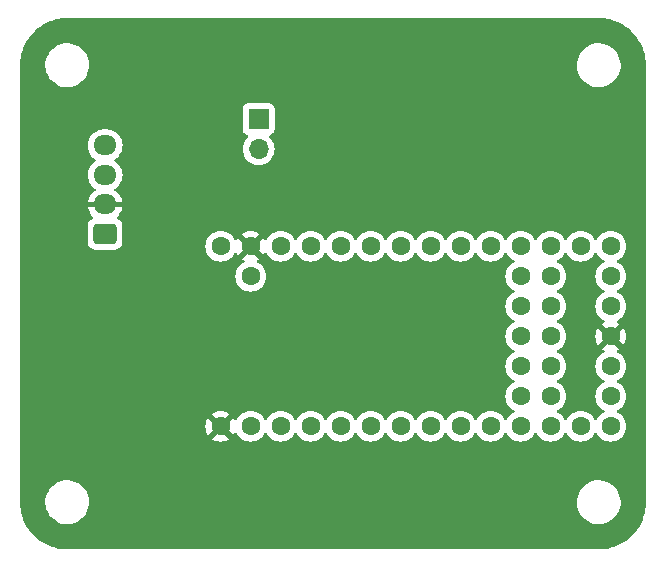
<source format=gbr>
%TF.GenerationSoftware,KiCad,Pcbnew,7.0.7*%
%TF.CreationDate,2023-11-26T17:57:00-07:00*%
%TF.ProjectId,IMUBox,494d5542-6f78-42e6-9b69-6361645f7063,v2*%
%TF.SameCoordinates,Original*%
%TF.FileFunction,Copper,L2,Bot*%
%TF.FilePolarity,Positive*%
%FSLAX46Y46*%
G04 Gerber Fmt 4.6, Leading zero omitted, Abs format (unit mm)*
G04 Created by KiCad (PCBNEW 7.0.7) date 2023-11-26 17:57:00*
%MOMM*%
%LPD*%
G01*
G04 APERTURE LIST*
G04 Aperture macros list*
%AMRoundRect*
0 Rectangle with rounded corners*
0 $1 Rounding radius*
0 $2 $3 $4 $5 $6 $7 $8 $9 X,Y pos of 4 corners*
0 Add a 4 corners polygon primitive as box body*
4,1,4,$2,$3,$4,$5,$6,$7,$8,$9,$2,$3,0*
0 Add four circle primitives for the rounded corners*
1,1,$1+$1,$2,$3*
1,1,$1+$1,$4,$5*
1,1,$1+$1,$6,$7*
1,1,$1+$1,$8,$9*
0 Add four rect primitives between the rounded corners*
20,1,$1+$1,$2,$3,$4,$5,0*
20,1,$1+$1,$4,$5,$6,$7,0*
20,1,$1+$1,$6,$7,$8,$9,0*
20,1,$1+$1,$8,$9,$2,$3,0*%
G04 Aperture macros list end*
%TA.AperFunction,ComponentPad*%
%ADD10R,1.700000X1.700000*%
%TD*%
%TA.AperFunction,ComponentPad*%
%ADD11O,1.700000X1.700000*%
%TD*%
%TA.AperFunction,ComponentPad*%
%ADD12RoundRect,0.250000X0.725000X-0.600000X0.725000X0.600000X-0.725000X0.600000X-0.725000X-0.600000X0*%
%TD*%
%TA.AperFunction,ComponentPad*%
%ADD13O,1.950000X1.700000*%
%TD*%
%TA.AperFunction,ComponentPad*%
%ADD14C,1.600000*%
%TD*%
%TA.AperFunction,ViaPad*%
%ADD15C,0.700000*%
%TD*%
G04 APERTURE END LIST*
D10*
%TO.P,JP1,1,A*%
%TO.N,/CANL*%
X130200000Y-42560000D03*
D11*
%TO.P,JP1,2,B*%
%TO.N,Net-(JP1-B)*%
X130200000Y-45100000D03*
%TD*%
D12*
%TO.P,J1,1,Pin_1*%
%TO.N,+5V*%
X117200000Y-52300000D03*
D13*
%TO.P,J1,2,Pin_2*%
%TO.N,GND*%
X117200000Y-49800000D03*
%TO.P,J1,3,Pin_3*%
%TO.N,/CANH*%
X117200000Y-47300000D03*
%TO.P,J1,4,Pin_4*%
%TO.N,/CANL*%
X117200000Y-44800000D03*
%TD*%
D14*
%TO.P,U3,1,GND*%
%TO.N,GND*%
X127000000Y-68580000D03*
%TO.P,U3,2,0_RX1_CRX2_CS1*%
%TO.N,unconnected-(U3-0_RX1_CRX2_CS1-Pad2)*%
X129540000Y-68580000D03*
%TO.P,U3,3,1_TX1_CTX2_MISO1*%
%TO.N,unconnected-(U3-1_TX1_CTX2_MISO1-Pad3)*%
X132080000Y-68580000D03*
%TO.P,U3,4,2_OUT2*%
%TO.N,unconnected-(U3-2_OUT2-Pad4)*%
X134620000Y-68580000D03*
%TO.P,U3,5,3_LRCLK2*%
%TO.N,unconnected-(U3-3_LRCLK2-Pad5)*%
X137160000Y-68580000D03*
%TO.P,U3,6,4_BCLK2*%
%TO.N,unconnected-(U3-4_BCLK2-Pad6)*%
X139700000Y-68580000D03*
%TO.P,U3,7,5_IN2*%
%TO.N,unconnected-(U3-5_IN2-Pad7)*%
X142240000Y-68580000D03*
%TO.P,U3,8,6_OUT1D*%
%TO.N,unconnected-(U3-6_OUT1D-Pad8)*%
X144780000Y-68580000D03*
%TO.P,U3,9,7_RX2_OUT1A*%
%TO.N,/LED*%
X147320000Y-68580000D03*
%TO.P,U3,10,8_TX2_IN1*%
%TO.N,unconnected-(U3-8_TX2_IN1-Pad10)*%
X149860000Y-68580000D03*
%TO.P,U3,11,9_OUT1C*%
%TO.N,unconnected-(U3-9_OUT1C-Pad11)*%
X152400000Y-68580000D03*
%TO.P,U3,12,10_CS_MQSR*%
%TO.N,unconnected-(U3-10_CS_MQSR-Pad12)*%
X154940000Y-68580000D03*
%TO.P,U3,13,11_MOSI_CTX1*%
%TO.N,unconnected-(U3-11_MOSI_CTX1-Pad13)*%
X157480000Y-68580000D03*
%TO.P,U3,14,12_MISO_MQSL*%
%TO.N,unconnected-(U3-12_MISO_MQSL-Pad14)*%
X160020000Y-68580000D03*
%TO.P,U3,15,VBAT*%
%TO.N,unconnected-(U3-VBAT-Pad15)*%
X160020000Y-66040000D03*
%TO.P,U3,16,3V3*%
%TO.N,unconnected-(U3-3V3-Pad16)*%
X160020000Y-63500000D03*
%TO.P,U3,17,GND*%
%TO.N,GND*%
X160020000Y-60960000D03*
%TO.P,U3,18,PROGRAM*%
%TO.N,unconnected-(U3-PROGRAM-Pad18)*%
X160020000Y-58420000D03*
%TO.P,U3,19,ON_OFF*%
%TO.N,unconnected-(U3-ON_OFF-Pad19)*%
X160020000Y-55880000D03*
%TO.P,U3,20,13_SCK_CRX1_LED*%
%TO.N,unconnected-(U3-13_SCK_CRX1_LED-Pad20)*%
X160020000Y-53340000D03*
%TO.P,U3,21,14_A0_TX3_SPDIF_OUT*%
%TO.N,unconnected-(U3-14_A0_TX3_SPDIF_OUT-Pad21)*%
X157480000Y-53340000D03*
%TO.P,U3,22,15_A1_RX3_SPDIF_IN*%
%TO.N,unconnected-(U3-15_A1_RX3_SPDIF_IN-Pad22)*%
X154940000Y-53340000D03*
%TO.P,U3,23,16_A2_RX4_SCL1*%
%TO.N,unconnected-(U3-16_A2_RX4_SCL1-Pad23)*%
X152400000Y-53340000D03*
%TO.P,U3,24,17_A3_TX4_SDA1*%
%TO.N,unconnected-(U3-17_A3_TX4_SDA1-Pad24)*%
X149860000Y-53340000D03*
%TO.P,U3,25,18_A4_SDA0*%
%TO.N,/SDA0*%
X147320000Y-53340000D03*
%TO.P,U3,26,19_A5_SCL0*%
%TO.N,/SCL0*%
X144780000Y-53340000D03*
%TO.P,U3,27,20_A6_TX5_LRCLK1*%
%TO.N,unconnected-(U3-20_A6_TX5_LRCLK1-Pad27)*%
X142240000Y-53340000D03*
%TO.P,U3,28,21_A7_RX5_BCLK1*%
%TO.N,unconnected-(U3-21_A7_RX5_BCLK1-Pad28)*%
X139700000Y-53340000D03*
%TO.P,U3,29,22_A8_CTX1*%
%TO.N,/CTX*%
X137160000Y-53340000D03*
%TO.P,U3,30,23_A9_CRX1_MCLK1*%
%TO.N,/CRX*%
X134620000Y-53340000D03*
%TO.P,U3,31,3V3*%
%TO.N,+3.3V*%
X132080000Y-53340000D03*
%TO.P,U3,32,GND*%
%TO.N,GND*%
X129540000Y-53340000D03*
%TO.P,U3,33,VIN*%
%TO.N,+5V*%
X127000000Y-53340000D03*
%TO.P,U3,34,VUSB*%
%TO.N,unconnected-(U3-VUSB-Pad34)*%
X129540000Y-55880000D03*
%TO.P,U3,35,24_A10_TX6_SCL2*%
%TO.N,unconnected-(U3-24_A10_TX6_SCL2-Pad35)*%
X154940000Y-55880000D03*
%TO.P,U3,36,25_A11_RX6_SDA2*%
%TO.N,unconnected-(U3-25_A11_RX6_SDA2-Pad36)*%
X152400000Y-55880000D03*
%TO.P,U3,37,26_A12_MOSI1*%
%TO.N,unconnected-(U3-26_A12_MOSI1-Pad37)*%
X154940000Y-58420000D03*
%TO.P,U3,38,27_A13_SCK1*%
%TO.N,unconnected-(U3-27_A13_SCK1-Pad38)*%
X152400000Y-58420000D03*
%TO.P,U3,39,28_RX7*%
%TO.N,unconnected-(U3-28_RX7-Pad39)*%
X154940000Y-60960000D03*
%TO.P,U3,40,29_TX7*%
%TO.N,unconnected-(U3-29_TX7-Pad40)*%
X152400000Y-60960000D03*
%TO.P,U3,41,30_CRX3*%
%TO.N,unconnected-(U3-30_CRX3-Pad41)*%
X154940000Y-63500000D03*
%TO.P,U3,42,31_CTX3*%
%TO.N,unconnected-(U3-31_CTX3-Pad42)*%
X152400000Y-63500000D03*
%TO.P,U3,43,32_OUT1B*%
%TO.N,unconnected-(U3-32_OUT1B-Pad43)*%
X154940000Y-66040000D03*
%TO.P,U3,44,33_MCLK2*%
%TO.N,unconnected-(U3-33_MCLK2-Pad44)*%
X152400000Y-66040000D03*
%TD*%
D15*
%TO.N,GND*%
X121800000Y-49800000D03*
X154200000Y-43800000D03*
X151500000Y-46800000D03*
X127000000Y-45800000D03*
X125900000Y-71800000D03*
X144200000Y-47100000D03*
X129500000Y-50800000D03*
%TD*%
%TA.AperFunction,Conductor*%
%TO.N,GND*%
G36*
X158817865Y-53883348D02*
G01*
X158862382Y-53934725D01*
X158889429Y-53992728D01*
X158889432Y-53992734D01*
X159019954Y-54179141D01*
X159180858Y-54340045D01*
X159180861Y-54340047D01*
X159367266Y-54470568D01*
X159424681Y-54497341D01*
X159425275Y-54497618D01*
X159477714Y-54543791D01*
X159496866Y-54610984D01*
X159476650Y-54677865D01*
X159425275Y-54722382D01*
X159367267Y-54749431D01*
X159367265Y-54749432D01*
X159180858Y-54879954D01*
X159019954Y-55040858D01*
X158889432Y-55227265D01*
X158889431Y-55227267D01*
X158793261Y-55433502D01*
X158793258Y-55433511D01*
X158734366Y-55653302D01*
X158734364Y-55653313D01*
X158714532Y-55879998D01*
X158714532Y-55880001D01*
X158734364Y-56106686D01*
X158734366Y-56106697D01*
X158793258Y-56326488D01*
X158793261Y-56326497D01*
X158889431Y-56532732D01*
X158889432Y-56532734D01*
X159019954Y-56719141D01*
X159180858Y-56880045D01*
X159180861Y-56880047D01*
X159367266Y-57010568D01*
X159425275Y-57037618D01*
X159477714Y-57083791D01*
X159496866Y-57150984D01*
X159476650Y-57217865D01*
X159425275Y-57262382D01*
X159367267Y-57289431D01*
X159367265Y-57289432D01*
X159180858Y-57419954D01*
X159019954Y-57580858D01*
X158889432Y-57767265D01*
X158889431Y-57767267D01*
X158793261Y-57973502D01*
X158793258Y-57973511D01*
X158734366Y-58193302D01*
X158734364Y-58193313D01*
X158714532Y-58419998D01*
X158714532Y-58420001D01*
X158734364Y-58646686D01*
X158734366Y-58646697D01*
X158793258Y-58866488D01*
X158793261Y-58866497D01*
X158889431Y-59072732D01*
X158889432Y-59072734D01*
X159019954Y-59259141D01*
X159180858Y-59420045D01*
X159180861Y-59420047D01*
X159367266Y-59550568D01*
X159425865Y-59577893D01*
X159478305Y-59624065D01*
X159497457Y-59691258D01*
X159477242Y-59758139D01*
X159425867Y-59802657D01*
X159367511Y-59829869D01*
X159294527Y-59880972D01*
X159294526Y-59880973D01*
X159726834Y-60313280D01*
X159760319Y-60374603D01*
X159755335Y-60444294D01*
X159717408Y-60497149D01*
X159614261Y-60581066D01*
X159614260Y-60581067D01*
X159614258Y-60581069D01*
X159563947Y-60652344D01*
X159509205Y-60695761D01*
X159439680Y-60702690D01*
X159377445Y-60670931D01*
X159374962Y-60668516D01*
X158940973Y-60234526D01*
X158940972Y-60234527D01*
X158889868Y-60307513D01*
X158793734Y-60513673D01*
X158793730Y-60513682D01*
X158734860Y-60733389D01*
X158734858Y-60733400D01*
X158715034Y-60959997D01*
X158715034Y-60960002D01*
X158734858Y-61186599D01*
X158734860Y-61186610D01*
X158793730Y-61406317D01*
X158793734Y-61406326D01*
X158889865Y-61612481D01*
X158889866Y-61612483D01*
X158940973Y-61685471D01*
X158940973Y-61685472D01*
X159371481Y-61254963D01*
X159432804Y-61221478D01*
X159502495Y-61226462D01*
X159558429Y-61268333D01*
X159561514Y-61273249D01*
X159561549Y-61273225D01*
X159566441Y-61280156D01*
X159669637Y-61390651D01*
X159669638Y-61390652D01*
X159704698Y-61411973D01*
X159751749Y-61463623D01*
X159763407Y-61532513D01*
X159735970Y-61596770D01*
X159727950Y-61605601D01*
X159294526Y-62039025D01*
X159294526Y-62039026D01*
X159367512Y-62090131D01*
X159367520Y-62090135D01*
X159425865Y-62117342D01*
X159478305Y-62163514D01*
X159497457Y-62230707D01*
X159477242Y-62297589D01*
X159425867Y-62342105D01*
X159367268Y-62369431D01*
X159367264Y-62369433D01*
X159180858Y-62499954D01*
X159019954Y-62660858D01*
X158889432Y-62847265D01*
X158889431Y-62847267D01*
X158793261Y-63053502D01*
X158793258Y-63053511D01*
X158734366Y-63273302D01*
X158734364Y-63273313D01*
X158714532Y-63499998D01*
X158714532Y-63500001D01*
X158734364Y-63726686D01*
X158734366Y-63726697D01*
X158793258Y-63946488D01*
X158793261Y-63946497D01*
X158889431Y-64152732D01*
X158889432Y-64152734D01*
X159019954Y-64339141D01*
X159180858Y-64500045D01*
X159180861Y-64500047D01*
X159367266Y-64630568D01*
X159425278Y-64657619D01*
X159477713Y-64703788D01*
X159496866Y-64770982D01*
X159476651Y-64837863D01*
X159425277Y-64882380D01*
X159367268Y-64909430D01*
X159367265Y-64909432D01*
X159180858Y-65039954D01*
X159019954Y-65200858D01*
X158889432Y-65387265D01*
X158889431Y-65387267D01*
X158793261Y-65593502D01*
X158793258Y-65593511D01*
X158734366Y-65813302D01*
X158734364Y-65813313D01*
X158714532Y-66039998D01*
X158714532Y-66040001D01*
X158734364Y-66266686D01*
X158734366Y-66266697D01*
X158793258Y-66486488D01*
X158793261Y-66486497D01*
X158889431Y-66692732D01*
X158889432Y-66692734D01*
X159019954Y-66879141D01*
X159180858Y-67040045D01*
X159180861Y-67040047D01*
X159367266Y-67170568D01*
X159425278Y-67197619D01*
X159477713Y-67243788D01*
X159496866Y-67310982D01*
X159476651Y-67377863D01*
X159425277Y-67422380D01*
X159367268Y-67449430D01*
X159367265Y-67449432D01*
X159180858Y-67579954D01*
X159019954Y-67740858D01*
X158889432Y-67927265D01*
X158889431Y-67927267D01*
X158862382Y-67985275D01*
X158816209Y-68037714D01*
X158749016Y-68056866D01*
X158682135Y-68036650D01*
X158637618Y-67985275D01*
X158610683Y-67927513D01*
X158610568Y-67927266D01*
X158480047Y-67740861D01*
X158480045Y-67740858D01*
X158319141Y-67579954D01*
X158132734Y-67449432D01*
X158132732Y-67449431D01*
X157926497Y-67353261D01*
X157926488Y-67353258D01*
X157706697Y-67294366D01*
X157706693Y-67294365D01*
X157706692Y-67294365D01*
X157706691Y-67294364D01*
X157706686Y-67294364D01*
X157480002Y-67274532D01*
X157479998Y-67274532D01*
X157253313Y-67294364D01*
X157253302Y-67294366D01*
X157033511Y-67353258D01*
X157033502Y-67353261D01*
X156827267Y-67449431D01*
X156827265Y-67449432D01*
X156640858Y-67579954D01*
X156479954Y-67740858D01*
X156349432Y-67927265D01*
X156349431Y-67927267D01*
X156322382Y-67985275D01*
X156276209Y-68037714D01*
X156209016Y-68056866D01*
X156142135Y-68036650D01*
X156097618Y-67985275D01*
X156070683Y-67927513D01*
X156070568Y-67927266D01*
X155940047Y-67740861D01*
X155940045Y-67740858D01*
X155779141Y-67579954D01*
X155592734Y-67449432D01*
X155592728Y-67449429D01*
X155534725Y-67422382D01*
X155482285Y-67376210D01*
X155463133Y-67309017D01*
X155483348Y-67242135D01*
X155534725Y-67197618D01*
X155592734Y-67170568D01*
X155779139Y-67040047D01*
X155940047Y-66879139D01*
X156070568Y-66692734D01*
X156166739Y-66486496D01*
X156225635Y-66266692D01*
X156245468Y-66040000D01*
X156225635Y-65813308D01*
X156166739Y-65593504D01*
X156070568Y-65387266D01*
X155940047Y-65200861D01*
X155940045Y-65200858D01*
X155779141Y-65039954D01*
X155592734Y-64909432D01*
X155592728Y-64909429D01*
X155534725Y-64882382D01*
X155482285Y-64836210D01*
X155463133Y-64769017D01*
X155483348Y-64702135D01*
X155534725Y-64657618D01*
X155592734Y-64630568D01*
X155779139Y-64500047D01*
X155940047Y-64339139D01*
X156070568Y-64152734D01*
X156166739Y-63946496D01*
X156225635Y-63726692D01*
X156245468Y-63500000D01*
X156225635Y-63273308D01*
X156166739Y-63053504D01*
X156070568Y-62847266D01*
X155940047Y-62660861D01*
X155940045Y-62660858D01*
X155779141Y-62499954D01*
X155592734Y-62369432D01*
X155592728Y-62369429D01*
X155534725Y-62342382D01*
X155482285Y-62296210D01*
X155463133Y-62229017D01*
X155483348Y-62162135D01*
X155534725Y-62117618D01*
X155535319Y-62117341D01*
X155592734Y-62090568D01*
X155779139Y-61960047D01*
X155940047Y-61799139D01*
X156070568Y-61612734D01*
X156166739Y-61406496D01*
X156225635Y-61186692D01*
X156245468Y-60960000D01*
X156225635Y-60733308D01*
X156166739Y-60513504D01*
X156070568Y-60307266D01*
X155940047Y-60120861D01*
X155940045Y-60120858D01*
X155779141Y-59959954D01*
X155592734Y-59829432D01*
X155592728Y-59829429D01*
X155534725Y-59802382D01*
X155482285Y-59756210D01*
X155463133Y-59689017D01*
X155483348Y-59622135D01*
X155534725Y-59577618D01*
X155592734Y-59550568D01*
X155779139Y-59420047D01*
X155940047Y-59259139D01*
X156070568Y-59072734D01*
X156166739Y-58866496D01*
X156225635Y-58646692D01*
X156245468Y-58420000D01*
X156225635Y-58193308D01*
X156166739Y-57973504D01*
X156070568Y-57767266D01*
X155940047Y-57580861D01*
X155940045Y-57580858D01*
X155779141Y-57419954D01*
X155592734Y-57289432D01*
X155592728Y-57289429D01*
X155534725Y-57262382D01*
X155482285Y-57216210D01*
X155463133Y-57149017D01*
X155483348Y-57082135D01*
X155534725Y-57037618D01*
X155592734Y-57010568D01*
X155779139Y-56880047D01*
X155940047Y-56719139D01*
X156070568Y-56532734D01*
X156166739Y-56326496D01*
X156225635Y-56106692D01*
X156245468Y-55880000D01*
X156225635Y-55653308D01*
X156166739Y-55433504D01*
X156070568Y-55227266D01*
X155940047Y-55040861D01*
X155940045Y-55040858D01*
X155779141Y-54879954D01*
X155592734Y-54749432D01*
X155592728Y-54749429D01*
X155534725Y-54722382D01*
X155482285Y-54676210D01*
X155463133Y-54609017D01*
X155483348Y-54542135D01*
X155534725Y-54497618D01*
X155535319Y-54497341D01*
X155592734Y-54470568D01*
X155779139Y-54340047D01*
X155940047Y-54179139D01*
X156070568Y-53992734D01*
X156097618Y-53934724D01*
X156143790Y-53882285D01*
X156210983Y-53863133D01*
X156277865Y-53883348D01*
X156322382Y-53934725D01*
X156349429Y-53992728D01*
X156349432Y-53992734D01*
X156479954Y-54179141D01*
X156640858Y-54340045D01*
X156640861Y-54340047D01*
X156827266Y-54470568D01*
X157033504Y-54566739D01*
X157253308Y-54625635D01*
X157415230Y-54639801D01*
X157479998Y-54645468D01*
X157480000Y-54645468D01*
X157480002Y-54645468D01*
X157536672Y-54640509D01*
X157706692Y-54625635D01*
X157926496Y-54566739D01*
X158132734Y-54470568D01*
X158319139Y-54340047D01*
X158480047Y-54179139D01*
X158610568Y-53992734D01*
X158637618Y-53934724D01*
X158683790Y-53882285D01*
X158750983Y-53863133D01*
X158817865Y-53883348D01*
G37*
%TD.AperFunction*%
%TA.AperFunction,Conductor*%
G36*
X159001423Y-34000566D02*
G01*
X159040986Y-34002394D01*
X159172950Y-34008495D01*
X159372549Y-34018302D01*
X159378048Y-34018819D01*
X159563357Y-34044668D01*
X159749828Y-34072329D01*
X159754871Y-34073294D01*
X159939341Y-34116681D01*
X160120221Y-34161989D01*
X160124797Y-34163327D01*
X160305568Y-34223916D01*
X160480339Y-34286450D01*
X160484471Y-34288100D01*
X160542986Y-34313936D01*
X160659474Y-34365370D01*
X160826973Y-34444592D01*
X160830601Y-34446457D01*
X160998128Y-34539770D01*
X160998142Y-34539778D01*
X161156964Y-34634972D01*
X161160119Y-34636996D01*
X161318603Y-34745559D01*
X161467377Y-34855897D01*
X161470001Y-34857957D01*
X161618027Y-34980876D01*
X161755321Y-35105314D01*
X161757514Y-35107402D01*
X161892596Y-35242484D01*
X161894695Y-35244688D01*
X162019129Y-35381980D01*
X162142034Y-35529989D01*
X162144109Y-35532632D01*
X162254443Y-35681400D01*
X162363002Y-35839879D01*
X162365032Y-35843044D01*
X162460221Y-36001857D01*
X162553527Y-36169371D01*
X162555410Y-36173034D01*
X162634638Y-36340547D01*
X162711899Y-36515527D01*
X162713558Y-36519685D01*
X162776093Y-36694459D01*
X162836662Y-36875173D01*
X162838018Y-36879812D01*
X162883317Y-37060654D01*
X162926696Y-37245090D01*
X162927672Y-37250189D01*
X162955337Y-37436689D01*
X162981177Y-37621933D01*
X162981697Y-37627459D01*
X162991512Y-37827238D01*
X162999434Y-37998575D01*
X162999500Y-38001439D01*
X162999500Y-74998560D01*
X162999434Y-75001424D01*
X162991512Y-75172761D01*
X162981697Y-75372539D01*
X162981177Y-75378065D01*
X162955337Y-75563310D01*
X162927672Y-75749809D01*
X162926696Y-75754908D01*
X162883317Y-75939345D01*
X162838018Y-76120186D01*
X162836662Y-76124825D01*
X162776093Y-76305540D01*
X162713557Y-76480314D01*
X162711899Y-76484470D01*
X162634638Y-76659452D01*
X162555410Y-76826964D01*
X162553527Y-76830627D01*
X162460221Y-76998142D01*
X162365032Y-77156954D01*
X162363002Y-77160118D01*
X162254437Y-77318608D01*
X162144121Y-77467350D01*
X162142021Y-77470025D01*
X162019132Y-77618016D01*
X161894695Y-77755310D01*
X161892596Y-77757514D01*
X161757514Y-77892596D01*
X161755310Y-77894695D01*
X161618016Y-78019132D01*
X161470025Y-78142021D01*
X161467350Y-78144121D01*
X161318608Y-78254437D01*
X161160118Y-78363002D01*
X161156954Y-78365032D01*
X160998142Y-78460221D01*
X160830627Y-78553527D01*
X160826964Y-78555410D01*
X160659452Y-78634638D01*
X160484470Y-78711899D01*
X160480314Y-78713557D01*
X160305540Y-78776093D01*
X160124825Y-78836662D01*
X160120186Y-78838018D01*
X159939345Y-78883317D01*
X159754908Y-78926696D01*
X159749809Y-78927672D01*
X159563310Y-78955337D01*
X159378065Y-78981177D01*
X159372539Y-78981697D01*
X159172761Y-78991512D01*
X159001424Y-78999434D01*
X158998560Y-78999500D01*
X114001440Y-78999500D01*
X113998576Y-78999434D01*
X113827238Y-78991512D01*
X113627459Y-78981697D01*
X113621933Y-78981177D01*
X113436689Y-78955337D01*
X113250189Y-78927672D01*
X113245090Y-78926696D01*
X113060654Y-78883317D01*
X112879812Y-78838018D01*
X112875173Y-78836662D01*
X112694459Y-78776093D01*
X112519685Y-78713558D01*
X112515527Y-78711899D01*
X112340547Y-78634638D01*
X112173034Y-78555410D01*
X112169371Y-78553527D01*
X112001857Y-78460221D01*
X111843044Y-78365032D01*
X111839879Y-78363002D01*
X111730371Y-78287989D01*
X111681392Y-78254437D01*
X111532632Y-78144109D01*
X111529989Y-78142034D01*
X111381980Y-78019129D01*
X111244688Y-77894695D01*
X111242484Y-77892596D01*
X111107402Y-77757514D01*
X111105314Y-77755321D01*
X110980867Y-77618016D01*
X110857957Y-77470001D01*
X110855897Y-77467377D01*
X110745559Y-77318603D01*
X110636995Y-77160118D01*
X110634966Y-77156954D01*
X110539778Y-76998142D01*
X110512261Y-76948740D01*
X110446457Y-76830601D01*
X110444588Y-76826964D01*
X110420852Y-76776779D01*
X110365370Y-76659474D01*
X110288100Y-76484471D01*
X110286450Y-76480339D01*
X110223906Y-76305540D01*
X110163327Y-76124797D01*
X110161989Y-76120221D01*
X110116675Y-75939315D01*
X110111402Y-75916895D01*
X110073294Y-75754871D01*
X110072329Y-75749828D01*
X110044662Y-75563310D01*
X110018819Y-75378048D01*
X110018302Y-75372549D01*
X110008487Y-75172761D01*
X110003633Y-75067763D01*
X112145787Y-75067763D01*
X112175413Y-75337013D01*
X112175415Y-75337024D01*
X112234564Y-75563270D01*
X112243928Y-75599088D01*
X112349870Y-75848390D01*
X112421998Y-75966575D01*
X112490979Y-76079605D01*
X112490986Y-76079615D01*
X112664253Y-76287819D01*
X112664259Y-76287824D01*
X112769240Y-76381887D01*
X112865998Y-76468582D01*
X113091910Y-76618044D01*
X113337176Y-76733020D01*
X113337183Y-76733022D01*
X113337185Y-76733023D01*
X113596557Y-76811057D01*
X113596564Y-76811058D01*
X113596569Y-76811060D01*
X113864561Y-76850500D01*
X113864566Y-76850500D01*
X114067636Y-76850500D01*
X114119133Y-76846730D01*
X114270156Y-76835677D01*
X114382758Y-76810593D01*
X114534546Y-76776782D01*
X114534548Y-76776781D01*
X114534553Y-76776780D01*
X114787558Y-76680014D01*
X115023777Y-76547441D01*
X115238177Y-76381888D01*
X115426186Y-76186881D01*
X115583799Y-75966579D01*
X115692626Y-75754909D01*
X115707649Y-75725690D01*
X115707651Y-75725684D01*
X115707656Y-75725675D01*
X115795118Y-75469305D01*
X115844319Y-75202933D01*
X115849259Y-75067763D01*
X157145787Y-75067763D01*
X157175413Y-75337013D01*
X157175415Y-75337024D01*
X157234564Y-75563270D01*
X157243928Y-75599088D01*
X157349870Y-75848390D01*
X157421998Y-75966575D01*
X157490979Y-76079605D01*
X157490986Y-76079615D01*
X157664253Y-76287819D01*
X157664259Y-76287824D01*
X157769240Y-76381887D01*
X157865998Y-76468582D01*
X158091910Y-76618044D01*
X158337176Y-76733020D01*
X158337183Y-76733022D01*
X158337185Y-76733023D01*
X158596557Y-76811057D01*
X158596564Y-76811058D01*
X158596569Y-76811060D01*
X158864561Y-76850500D01*
X158864566Y-76850500D01*
X159067636Y-76850500D01*
X159119133Y-76846730D01*
X159270156Y-76835677D01*
X159382758Y-76810593D01*
X159534546Y-76776782D01*
X159534548Y-76776781D01*
X159534553Y-76776780D01*
X159787558Y-76680014D01*
X160023777Y-76547441D01*
X160238177Y-76381888D01*
X160426186Y-76186881D01*
X160583799Y-75966579D01*
X160692626Y-75754909D01*
X160707649Y-75725690D01*
X160707651Y-75725684D01*
X160707656Y-75725675D01*
X160795118Y-75469305D01*
X160844319Y-75202933D01*
X160854212Y-74932235D01*
X160824586Y-74662982D01*
X160756072Y-74400912D01*
X160650130Y-74151610D01*
X160509018Y-73920390D01*
X160419747Y-73813119D01*
X160335746Y-73712180D01*
X160335740Y-73712175D01*
X160134002Y-73531418D01*
X159908092Y-73381957D01*
X159908090Y-73381956D01*
X159662824Y-73266980D01*
X159662819Y-73266978D01*
X159662814Y-73266976D01*
X159403442Y-73188942D01*
X159403428Y-73188939D01*
X159287791Y-73171921D01*
X159135439Y-73149500D01*
X158932369Y-73149500D01*
X158932364Y-73149500D01*
X158729844Y-73164323D01*
X158729831Y-73164325D01*
X158465453Y-73223217D01*
X158465446Y-73223220D01*
X158212439Y-73319987D01*
X157976226Y-73452557D01*
X157761822Y-73618112D01*
X157573822Y-73813109D01*
X157573816Y-73813116D01*
X157416202Y-74033419D01*
X157416199Y-74033424D01*
X157292350Y-74274309D01*
X157292343Y-74274327D01*
X157204884Y-74530685D01*
X157204881Y-74530699D01*
X157155681Y-74797068D01*
X157155680Y-74797075D01*
X157145787Y-75067763D01*
X115849259Y-75067763D01*
X115854212Y-74932235D01*
X115824586Y-74662982D01*
X115756072Y-74400912D01*
X115650130Y-74151610D01*
X115509018Y-73920390D01*
X115419747Y-73813119D01*
X115335746Y-73712180D01*
X115335740Y-73712175D01*
X115134002Y-73531418D01*
X114908092Y-73381957D01*
X114908090Y-73381956D01*
X114662824Y-73266980D01*
X114662819Y-73266978D01*
X114662814Y-73266976D01*
X114403442Y-73188942D01*
X114403428Y-73188939D01*
X114287791Y-73171921D01*
X114135439Y-73149500D01*
X113932369Y-73149500D01*
X113932364Y-73149500D01*
X113729844Y-73164323D01*
X113729831Y-73164325D01*
X113465453Y-73223217D01*
X113465446Y-73223220D01*
X113212439Y-73319987D01*
X112976226Y-73452557D01*
X112761822Y-73618112D01*
X112573822Y-73813109D01*
X112573816Y-73813116D01*
X112416202Y-74033419D01*
X112416199Y-74033424D01*
X112292350Y-74274309D01*
X112292343Y-74274327D01*
X112204884Y-74530685D01*
X112204881Y-74530699D01*
X112155681Y-74797068D01*
X112155680Y-74797075D01*
X112145787Y-75067763D01*
X110003633Y-75067763D01*
X110000566Y-75001423D01*
X110000500Y-74998560D01*
X110000500Y-47300000D01*
X115719341Y-47300000D01*
X115739936Y-47535403D01*
X115739938Y-47535413D01*
X115801094Y-47763655D01*
X115801096Y-47763659D01*
X115801097Y-47763663D01*
X115851031Y-47870745D01*
X115900964Y-47977828D01*
X115900965Y-47977830D01*
X116036505Y-48171402D01*
X116203597Y-48338494D01*
X116361031Y-48448730D01*
X116404656Y-48503307D01*
X116411850Y-48572805D01*
X116380327Y-48635160D01*
X116361032Y-48651880D01*
X116203922Y-48761890D01*
X116203920Y-48761891D01*
X116036894Y-48928917D01*
X115901399Y-49122421D01*
X115801570Y-49336507D01*
X115801567Y-49336513D01*
X115744364Y-49549999D01*
X115744364Y-49550000D01*
X116612708Y-49550000D01*
X116679747Y-49569685D01*
X116725502Y-49622489D01*
X116735446Y-49691647D01*
X116731686Y-49708933D01*
X116725000Y-49731705D01*
X116725000Y-49868294D01*
X116731686Y-49891067D01*
X116731684Y-49960937D01*
X116693909Y-50019714D01*
X116630353Y-50048738D01*
X116612708Y-50050000D01*
X115744364Y-50050000D01*
X115801567Y-50263486D01*
X115801570Y-50263492D01*
X115901399Y-50477577D01*
X115901400Y-50477579D01*
X116036886Y-50671073D01*
X116184143Y-50818331D01*
X116217627Y-50879654D01*
X116212643Y-50949346D01*
X116170771Y-51005279D01*
X116161558Y-51011550D01*
X116006347Y-51107285D01*
X116006343Y-51107288D01*
X115882289Y-51231342D01*
X115790187Y-51380663D01*
X115790185Y-51380666D01*
X115790186Y-51380666D01*
X115735001Y-51547203D01*
X115735001Y-51547204D01*
X115735000Y-51547204D01*
X115724500Y-51649983D01*
X115724500Y-52950001D01*
X115724501Y-52950018D01*
X115735000Y-53052796D01*
X115735001Y-53052799D01*
X115790185Y-53219331D01*
X115790186Y-53219334D01*
X115882288Y-53368656D01*
X116006344Y-53492712D01*
X116155666Y-53584814D01*
X116322203Y-53639999D01*
X116424991Y-53650500D01*
X117975008Y-53650499D01*
X118077797Y-53639999D01*
X118244334Y-53584814D01*
X118393656Y-53492712D01*
X118517712Y-53368656D01*
X118535386Y-53340001D01*
X125694532Y-53340001D01*
X125714364Y-53566686D01*
X125714366Y-53566697D01*
X125773258Y-53786488D01*
X125773261Y-53786497D01*
X125869431Y-53992732D01*
X125869432Y-53992734D01*
X125999954Y-54179141D01*
X126160858Y-54340045D01*
X126160861Y-54340047D01*
X126347266Y-54470568D01*
X126553504Y-54566739D01*
X126773308Y-54625635D01*
X126935230Y-54639801D01*
X126999998Y-54645468D01*
X127000000Y-54645468D01*
X127000002Y-54645468D01*
X127056672Y-54640509D01*
X127226692Y-54625635D01*
X127446496Y-54566739D01*
X127652734Y-54470568D01*
X127839139Y-54340047D01*
X128000047Y-54179139D01*
X128130568Y-53992734D01*
X128157895Y-53934129D01*
X128204064Y-53881695D01*
X128271257Y-53862542D01*
X128338139Y-53882757D01*
X128382657Y-53934133D01*
X128409865Y-53992481D01*
X128409866Y-53992483D01*
X128460973Y-54065471D01*
X128460973Y-54065472D01*
X128891481Y-53634963D01*
X128952804Y-53601478D01*
X129022495Y-53606462D01*
X129078429Y-53648333D01*
X129081514Y-53653249D01*
X129081549Y-53653225D01*
X129086441Y-53660156D01*
X129189637Y-53770651D01*
X129189638Y-53770652D01*
X129224698Y-53791973D01*
X129271749Y-53843623D01*
X129283407Y-53912513D01*
X129255970Y-53976770D01*
X129247950Y-53985601D01*
X128814526Y-54419025D01*
X128814526Y-54419026D01*
X128887512Y-54470131D01*
X128887520Y-54470135D01*
X128945865Y-54497342D01*
X128998305Y-54543514D01*
X129017457Y-54610707D01*
X128997242Y-54677589D01*
X128945867Y-54722105D01*
X128887268Y-54749431D01*
X128887264Y-54749433D01*
X128700858Y-54879954D01*
X128539954Y-55040858D01*
X128409432Y-55227265D01*
X128409431Y-55227267D01*
X128313261Y-55433502D01*
X128313258Y-55433511D01*
X128254366Y-55653302D01*
X128254364Y-55653313D01*
X128234532Y-55879998D01*
X128234532Y-55880001D01*
X128254364Y-56106686D01*
X128254366Y-56106697D01*
X128313258Y-56326488D01*
X128313261Y-56326497D01*
X128409431Y-56532732D01*
X128409432Y-56532734D01*
X128539954Y-56719141D01*
X128700858Y-56880045D01*
X128700861Y-56880047D01*
X128887266Y-57010568D01*
X129093504Y-57106739D01*
X129313308Y-57165635D01*
X129475230Y-57179801D01*
X129539998Y-57185468D01*
X129540000Y-57185468D01*
X129540002Y-57185468D01*
X129596673Y-57180509D01*
X129766692Y-57165635D01*
X129986496Y-57106739D01*
X130192734Y-57010568D01*
X130379139Y-56880047D01*
X130540047Y-56719139D01*
X130670568Y-56532734D01*
X130766739Y-56326496D01*
X130825635Y-56106692D01*
X130845468Y-55880000D01*
X130825635Y-55653308D01*
X130766739Y-55433504D01*
X130670568Y-55227266D01*
X130540047Y-55040861D01*
X130540045Y-55040858D01*
X130379141Y-54879954D01*
X130192735Y-54749433D01*
X130192736Y-54749433D01*
X130192734Y-54749432D01*
X130134132Y-54722105D01*
X130081694Y-54675933D01*
X130062543Y-54608739D01*
X130082759Y-54541858D01*
X130134135Y-54497341D01*
X130192482Y-54470133D01*
X130265472Y-54419025D01*
X129833165Y-53986719D01*
X129799680Y-53925396D01*
X129804664Y-53855705D01*
X129842589Y-53802852D01*
X129945739Y-53718934D01*
X129996052Y-53647655D01*
X130050793Y-53604239D01*
X130120318Y-53597309D01*
X130182553Y-53629067D01*
X130185037Y-53631483D01*
X130619025Y-54065472D01*
X130670133Y-53992482D01*
X130697341Y-53934135D01*
X130743513Y-53881696D01*
X130810707Y-53862543D01*
X130877588Y-53882758D01*
X130922105Y-53934132D01*
X130949432Y-53992734D01*
X131000363Y-54065471D01*
X131079954Y-54179141D01*
X131240858Y-54340045D01*
X131240861Y-54340047D01*
X131427266Y-54470568D01*
X131633504Y-54566739D01*
X131853308Y-54625635D01*
X132015230Y-54639801D01*
X132079998Y-54645468D01*
X132080000Y-54645468D01*
X132080002Y-54645468D01*
X132136673Y-54640509D01*
X132306692Y-54625635D01*
X132526496Y-54566739D01*
X132732734Y-54470568D01*
X132919139Y-54340047D01*
X133080047Y-54179139D01*
X133210568Y-53992734D01*
X133237618Y-53934724D01*
X133283790Y-53882285D01*
X133350983Y-53863133D01*
X133417865Y-53883348D01*
X133462382Y-53934725D01*
X133489429Y-53992728D01*
X133489432Y-53992734D01*
X133619954Y-54179141D01*
X133780858Y-54340045D01*
X133780861Y-54340047D01*
X133967266Y-54470568D01*
X134173504Y-54566739D01*
X134393308Y-54625635D01*
X134555230Y-54639801D01*
X134619998Y-54645468D01*
X134620000Y-54645468D01*
X134620002Y-54645468D01*
X134676673Y-54640509D01*
X134846692Y-54625635D01*
X135066496Y-54566739D01*
X135272734Y-54470568D01*
X135459139Y-54340047D01*
X135620047Y-54179139D01*
X135750568Y-53992734D01*
X135777618Y-53934724D01*
X135823790Y-53882285D01*
X135890983Y-53863133D01*
X135957865Y-53883348D01*
X136002382Y-53934725D01*
X136029429Y-53992728D01*
X136029432Y-53992734D01*
X136159954Y-54179141D01*
X136320858Y-54340045D01*
X136320861Y-54340047D01*
X136507266Y-54470568D01*
X136713504Y-54566739D01*
X136933308Y-54625635D01*
X137095230Y-54639801D01*
X137159998Y-54645468D01*
X137160000Y-54645468D01*
X137160002Y-54645468D01*
X137216672Y-54640509D01*
X137386692Y-54625635D01*
X137606496Y-54566739D01*
X137812734Y-54470568D01*
X137999139Y-54340047D01*
X138160047Y-54179139D01*
X138290568Y-53992734D01*
X138317618Y-53934724D01*
X138363790Y-53882285D01*
X138430983Y-53863133D01*
X138497865Y-53883348D01*
X138542382Y-53934725D01*
X138569429Y-53992728D01*
X138569432Y-53992734D01*
X138699954Y-54179141D01*
X138860858Y-54340045D01*
X138860861Y-54340047D01*
X139047266Y-54470568D01*
X139253504Y-54566739D01*
X139473308Y-54625635D01*
X139635230Y-54639801D01*
X139699998Y-54645468D01*
X139700000Y-54645468D01*
X139700002Y-54645468D01*
X139756673Y-54640509D01*
X139926692Y-54625635D01*
X140146496Y-54566739D01*
X140352734Y-54470568D01*
X140539139Y-54340047D01*
X140700047Y-54179139D01*
X140830568Y-53992734D01*
X140857618Y-53934724D01*
X140903790Y-53882285D01*
X140970983Y-53863133D01*
X141037865Y-53883348D01*
X141082382Y-53934725D01*
X141109429Y-53992728D01*
X141109432Y-53992734D01*
X141239954Y-54179141D01*
X141400858Y-54340045D01*
X141400861Y-54340047D01*
X141587266Y-54470568D01*
X141793504Y-54566739D01*
X142013308Y-54625635D01*
X142175230Y-54639801D01*
X142239998Y-54645468D01*
X142240000Y-54645468D01*
X142240002Y-54645468D01*
X142296673Y-54640509D01*
X142466692Y-54625635D01*
X142686496Y-54566739D01*
X142892734Y-54470568D01*
X143079139Y-54340047D01*
X143240047Y-54179139D01*
X143370568Y-53992734D01*
X143397618Y-53934724D01*
X143443790Y-53882285D01*
X143510983Y-53863133D01*
X143577865Y-53883348D01*
X143622382Y-53934725D01*
X143649429Y-53992728D01*
X143649432Y-53992734D01*
X143779954Y-54179141D01*
X143940858Y-54340045D01*
X143940861Y-54340047D01*
X144127266Y-54470568D01*
X144333504Y-54566739D01*
X144553308Y-54625635D01*
X144715230Y-54639801D01*
X144779998Y-54645468D01*
X144780000Y-54645468D01*
X144780002Y-54645468D01*
X144836673Y-54640509D01*
X145006692Y-54625635D01*
X145226496Y-54566739D01*
X145432734Y-54470568D01*
X145619139Y-54340047D01*
X145780047Y-54179139D01*
X145910568Y-53992734D01*
X145937618Y-53934724D01*
X145983790Y-53882285D01*
X146050983Y-53863133D01*
X146117865Y-53883348D01*
X146162382Y-53934725D01*
X146189429Y-53992728D01*
X146189432Y-53992734D01*
X146319954Y-54179141D01*
X146480858Y-54340045D01*
X146480861Y-54340047D01*
X146667266Y-54470568D01*
X146873504Y-54566739D01*
X147093308Y-54625635D01*
X147255230Y-54639801D01*
X147319998Y-54645468D01*
X147320000Y-54645468D01*
X147320002Y-54645468D01*
X147376672Y-54640509D01*
X147546692Y-54625635D01*
X147766496Y-54566739D01*
X147972734Y-54470568D01*
X148159139Y-54340047D01*
X148320047Y-54179139D01*
X148450568Y-53992734D01*
X148477618Y-53934724D01*
X148523790Y-53882285D01*
X148590983Y-53863133D01*
X148657865Y-53883348D01*
X148702382Y-53934725D01*
X148729429Y-53992728D01*
X148729432Y-53992734D01*
X148859954Y-54179141D01*
X149020858Y-54340045D01*
X149020861Y-54340047D01*
X149207266Y-54470568D01*
X149413504Y-54566739D01*
X149633308Y-54625635D01*
X149795230Y-54639801D01*
X149859998Y-54645468D01*
X149860000Y-54645468D01*
X149860002Y-54645468D01*
X149916673Y-54640509D01*
X150086692Y-54625635D01*
X150306496Y-54566739D01*
X150512734Y-54470568D01*
X150699139Y-54340047D01*
X150860047Y-54179139D01*
X150990568Y-53992734D01*
X151017618Y-53934724D01*
X151063790Y-53882285D01*
X151130983Y-53863133D01*
X151197865Y-53883348D01*
X151242382Y-53934725D01*
X151269429Y-53992728D01*
X151269432Y-53992734D01*
X151399954Y-54179141D01*
X151560858Y-54340045D01*
X151560861Y-54340047D01*
X151747266Y-54470568D01*
X151804681Y-54497341D01*
X151805275Y-54497618D01*
X151857714Y-54543791D01*
X151876866Y-54610984D01*
X151856650Y-54677865D01*
X151805275Y-54722382D01*
X151747267Y-54749431D01*
X151747265Y-54749432D01*
X151560858Y-54879954D01*
X151399954Y-55040858D01*
X151269432Y-55227265D01*
X151269431Y-55227267D01*
X151173261Y-55433502D01*
X151173258Y-55433511D01*
X151114366Y-55653302D01*
X151114364Y-55653313D01*
X151094532Y-55879998D01*
X151094532Y-55880001D01*
X151114364Y-56106686D01*
X151114366Y-56106697D01*
X151173258Y-56326488D01*
X151173261Y-56326497D01*
X151269431Y-56532732D01*
X151269432Y-56532734D01*
X151399954Y-56719141D01*
X151560858Y-56880045D01*
X151560861Y-56880047D01*
X151747266Y-57010568D01*
X151805275Y-57037618D01*
X151857714Y-57083791D01*
X151876866Y-57150984D01*
X151856650Y-57217865D01*
X151805275Y-57262382D01*
X151747267Y-57289431D01*
X151747265Y-57289432D01*
X151560858Y-57419954D01*
X151399954Y-57580858D01*
X151269432Y-57767265D01*
X151269431Y-57767267D01*
X151173261Y-57973502D01*
X151173258Y-57973511D01*
X151114366Y-58193302D01*
X151114364Y-58193313D01*
X151094532Y-58419998D01*
X151094532Y-58420001D01*
X151114364Y-58646686D01*
X151114366Y-58646697D01*
X151173258Y-58866488D01*
X151173261Y-58866497D01*
X151269431Y-59072732D01*
X151269432Y-59072734D01*
X151399954Y-59259141D01*
X151560858Y-59420045D01*
X151560861Y-59420047D01*
X151747266Y-59550568D01*
X151805275Y-59577618D01*
X151857714Y-59623791D01*
X151876866Y-59690984D01*
X151856650Y-59757865D01*
X151805275Y-59802382D01*
X151747267Y-59829431D01*
X151747265Y-59829432D01*
X151560858Y-59959954D01*
X151399954Y-60120858D01*
X151269432Y-60307265D01*
X151269431Y-60307267D01*
X151173261Y-60513502D01*
X151173258Y-60513511D01*
X151114366Y-60733302D01*
X151114364Y-60733313D01*
X151094532Y-60959998D01*
X151094532Y-60960001D01*
X151114364Y-61186686D01*
X151114366Y-61186697D01*
X151173258Y-61406488D01*
X151173261Y-61406497D01*
X151269431Y-61612732D01*
X151269432Y-61612734D01*
X151399954Y-61799141D01*
X151560858Y-61960045D01*
X151560861Y-61960047D01*
X151747266Y-62090568D01*
X151804681Y-62117341D01*
X151805275Y-62117618D01*
X151857714Y-62163791D01*
X151876866Y-62230984D01*
X151856650Y-62297865D01*
X151805275Y-62342382D01*
X151747267Y-62369431D01*
X151747265Y-62369432D01*
X151560858Y-62499954D01*
X151399954Y-62660858D01*
X151269432Y-62847265D01*
X151269431Y-62847267D01*
X151173261Y-63053502D01*
X151173258Y-63053511D01*
X151114366Y-63273302D01*
X151114364Y-63273313D01*
X151094532Y-63499998D01*
X151094532Y-63500001D01*
X151114364Y-63726686D01*
X151114366Y-63726697D01*
X151173258Y-63946488D01*
X151173261Y-63946497D01*
X151269431Y-64152732D01*
X151269432Y-64152734D01*
X151399954Y-64339141D01*
X151560858Y-64500045D01*
X151560861Y-64500047D01*
X151747266Y-64630568D01*
X151805275Y-64657618D01*
X151857714Y-64703791D01*
X151876866Y-64770984D01*
X151856650Y-64837865D01*
X151805275Y-64882382D01*
X151747267Y-64909431D01*
X151747265Y-64909432D01*
X151560858Y-65039954D01*
X151399954Y-65200858D01*
X151269432Y-65387265D01*
X151269431Y-65387267D01*
X151173261Y-65593502D01*
X151173258Y-65593511D01*
X151114366Y-65813302D01*
X151114364Y-65813313D01*
X151094532Y-66039998D01*
X151094532Y-66040001D01*
X151114364Y-66266686D01*
X151114366Y-66266697D01*
X151173258Y-66486488D01*
X151173261Y-66486497D01*
X151269431Y-66692732D01*
X151269432Y-66692734D01*
X151399954Y-66879141D01*
X151560858Y-67040045D01*
X151560861Y-67040047D01*
X151747266Y-67170568D01*
X151805275Y-67197618D01*
X151857714Y-67243791D01*
X151876866Y-67310984D01*
X151856650Y-67377865D01*
X151805275Y-67422382D01*
X151747267Y-67449431D01*
X151747265Y-67449432D01*
X151560858Y-67579954D01*
X151399954Y-67740858D01*
X151269432Y-67927265D01*
X151269431Y-67927267D01*
X151242382Y-67985275D01*
X151196209Y-68037714D01*
X151129016Y-68056866D01*
X151062135Y-68036650D01*
X151017618Y-67985275D01*
X150990683Y-67927513D01*
X150990568Y-67927266D01*
X150860047Y-67740861D01*
X150860045Y-67740858D01*
X150699141Y-67579954D01*
X150512734Y-67449432D01*
X150512732Y-67449431D01*
X150306497Y-67353261D01*
X150306488Y-67353258D01*
X150086697Y-67294366D01*
X150086693Y-67294365D01*
X150086692Y-67294365D01*
X150086691Y-67294364D01*
X150086686Y-67294364D01*
X149860002Y-67274532D01*
X149859998Y-67274532D01*
X149633313Y-67294364D01*
X149633302Y-67294366D01*
X149413511Y-67353258D01*
X149413502Y-67353261D01*
X149207267Y-67449431D01*
X149207265Y-67449432D01*
X149020858Y-67579954D01*
X148859954Y-67740858D01*
X148729432Y-67927265D01*
X148729431Y-67927267D01*
X148702382Y-67985275D01*
X148656209Y-68037714D01*
X148589016Y-68056866D01*
X148522135Y-68036650D01*
X148477618Y-67985275D01*
X148450683Y-67927513D01*
X148450568Y-67927266D01*
X148320047Y-67740861D01*
X148320045Y-67740858D01*
X148159141Y-67579954D01*
X147972734Y-67449432D01*
X147972732Y-67449431D01*
X147766497Y-67353261D01*
X147766488Y-67353258D01*
X147546697Y-67294366D01*
X147546693Y-67294365D01*
X147546692Y-67294365D01*
X147546691Y-67294364D01*
X147546686Y-67294364D01*
X147320002Y-67274532D01*
X147319998Y-67274532D01*
X147093313Y-67294364D01*
X147093302Y-67294366D01*
X146873511Y-67353258D01*
X146873502Y-67353261D01*
X146667267Y-67449431D01*
X146667265Y-67449432D01*
X146480858Y-67579954D01*
X146319954Y-67740858D01*
X146189432Y-67927265D01*
X146189431Y-67927267D01*
X146162382Y-67985275D01*
X146116209Y-68037714D01*
X146049016Y-68056866D01*
X145982135Y-68036650D01*
X145937618Y-67985275D01*
X145910683Y-67927513D01*
X145910568Y-67927266D01*
X145780047Y-67740861D01*
X145780045Y-67740858D01*
X145619141Y-67579954D01*
X145432734Y-67449432D01*
X145432732Y-67449431D01*
X145226497Y-67353261D01*
X145226488Y-67353258D01*
X145006697Y-67294366D01*
X145006693Y-67294365D01*
X145006692Y-67294365D01*
X145006691Y-67294364D01*
X145006686Y-67294364D01*
X144780002Y-67274532D01*
X144779998Y-67274532D01*
X144553313Y-67294364D01*
X144553302Y-67294366D01*
X144333511Y-67353258D01*
X144333502Y-67353261D01*
X144127267Y-67449431D01*
X144127265Y-67449432D01*
X143940858Y-67579954D01*
X143779954Y-67740858D01*
X143649432Y-67927265D01*
X143649431Y-67927267D01*
X143622382Y-67985275D01*
X143576209Y-68037714D01*
X143509016Y-68056866D01*
X143442135Y-68036650D01*
X143397618Y-67985275D01*
X143370683Y-67927513D01*
X143370568Y-67927266D01*
X143240047Y-67740861D01*
X143240045Y-67740858D01*
X143079141Y-67579954D01*
X142892734Y-67449432D01*
X142892732Y-67449431D01*
X142686497Y-67353261D01*
X142686488Y-67353258D01*
X142466697Y-67294366D01*
X142466693Y-67294365D01*
X142466692Y-67294365D01*
X142466691Y-67294364D01*
X142466686Y-67294364D01*
X142240002Y-67274532D01*
X142239998Y-67274532D01*
X142013313Y-67294364D01*
X142013302Y-67294366D01*
X141793511Y-67353258D01*
X141793502Y-67353261D01*
X141587267Y-67449431D01*
X141587265Y-67449432D01*
X141400858Y-67579954D01*
X141239954Y-67740858D01*
X141109432Y-67927265D01*
X141109431Y-67927267D01*
X141082382Y-67985275D01*
X141036209Y-68037714D01*
X140969016Y-68056866D01*
X140902135Y-68036650D01*
X140857618Y-67985275D01*
X140830683Y-67927513D01*
X140830568Y-67927266D01*
X140700047Y-67740861D01*
X140700045Y-67740858D01*
X140539141Y-67579954D01*
X140352734Y-67449432D01*
X140352732Y-67449431D01*
X140146497Y-67353261D01*
X140146488Y-67353258D01*
X139926697Y-67294366D01*
X139926693Y-67294365D01*
X139926692Y-67294365D01*
X139926691Y-67294364D01*
X139926686Y-67294364D01*
X139700002Y-67274532D01*
X139699998Y-67274532D01*
X139473313Y-67294364D01*
X139473302Y-67294366D01*
X139253511Y-67353258D01*
X139253502Y-67353261D01*
X139047267Y-67449431D01*
X139047265Y-67449432D01*
X138860858Y-67579954D01*
X138699954Y-67740858D01*
X138569432Y-67927265D01*
X138569431Y-67927267D01*
X138542382Y-67985275D01*
X138496209Y-68037714D01*
X138429016Y-68056866D01*
X138362135Y-68036650D01*
X138317618Y-67985275D01*
X138290683Y-67927513D01*
X138290568Y-67927266D01*
X138160047Y-67740861D01*
X138160045Y-67740858D01*
X137999141Y-67579954D01*
X137812734Y-67449432D01*
X137812732Y-67449431D01*
X137606497Y-67353261D01*
X137606488Y-67353258D01*
X137386697Y-67294366D01*
X137386693Y-67294365D01*
X137386692Y-67294365D01*
X137386691Y-67294364D01*
X137386686Y-67294364D01*
X137160002Y-67274532D01*
X137159998Y-67274532D01*
X136933313Y-67294364D01*
X136933302Y-67294366D01*
X136713511Y-67353258D01*
X136713502Y-67353261D01*
X136507267Y-67449431D01*
X136507265Y-67449432D01*
X136320858Y-67579954D01*
X136159954Y-67740858D01*
X136029432Y-67927265D01*
X136029431Y-67927267D01*
X136002382Y-67985275D01*
X135956209Y-68037714D01*
X135889016Y-68056866D01*
X135822135Y-68036650D01*
X135777618Y-67985275D01*
X135750683Y-67927513D01*
X135750568Y-67927266D01*
X135620047Y-67740861D01*
X135620045Y-67740858D01*
X135459141Y-67579954D01*
X135272734Y-67449432D01*
X135272732Y-67449431D01*
X135066497Y-67353261D01*
X135066488Y-67353258D01*
X134846697Y-67294366D01*
X134846693Y-67294365D01*
X134846692Y-67294365D01*
X134846691Y-67294364D01*
X134846686Y-67294364D01*
X134620002Y-67274532D01*
X134619998Y-67274532D01*
X134393313Y-67294364D01*
X134393302Y-67294366D01*
X134173511Y-67353258D01*
X134173502Y-67353261D01*
X133967267Y-67449431D01*
X133967265Y-67449432D01*
X133780858Y-67579954D01*
X133619954Y-67740858D01*
X133489432Y-67927265D01*
X133489431Y-67927267D01*
X133462382Y-67985275D01*
X133416209Y-68037714D01*
X133349016Y-68056866D01*
X133282135Y-68036650D01*
X133237618Y-67985275D01*
X133210683Y-67927513D01*
X133210568Y-67927266D01*
X133080047Y-67740861D01*
X133080045Y-67740858D01*
X132919141Y-67579954D01*
X132732734Y-67449432D01*
X132732732Y-67449431D01*
X132526497Y-67353261D01*
X132526488Y-67353258D01*
X132306697Y-67294366D01*
X132306693Y-67294365D01*
X132306692Y-67294365D01*
X132306691Y-67294364D01*
X132306686Y-67294364D01*
X132080002Y-67274532D01*
X132079998Y-67274532D01*
X131853313Y-67294364D01*
X131853302Y-67294366D01*
X131633511Y-67353258D01*
X131633502Y-67353261D01*
X131427267Y-67449431D01*
X131427265Y-67449432D01*
X131240858Y-67579954D01*
X131079954Y-67740858D01*
X130949432Y-67927265D01*
X130949431Y-67927267D01*
X130922382Y-67985275D01*
X130876209Y-68037714D01*
X130809016Y-68056866D01*
X130742135Y-68036650D01*
X130697618Y-67985275D01*
X130670683Y-67927513D01*
X130670568Y-67927266D01*
X130540047Y-67740861D01*
X130540045Y-67740858D01*
X130379141Y-67579954D01*
X130192734Y-67449432D01*
X130192732Y-67449431D01*
X129986497Y-67353261D01*
X129986488Y-67353258D01*
X129766697Y-67294366D01*
X129766693Y-67294365D01*
X129766692Y-67294365D01*
X129766691Y-67294364D01*
X129766686Y-67294364D01*
X129540002Y-67274532D01*
X129539998Y-67274532D01*
X129313313Y-67294364D01*
X129313302Y-67294366D01*
X129093511Y-67353258D01*
X129093502Y-67353261D01*
X128887267Y-67449431D01*
X128887265Y-67449432D01*
X128700858Y-67579954D01*
X128539954Y-67740858D01*
X128409433Y-67927264D01*
X128382106Y-67985867D01*
X128335933Y-68038306D01*
X128268739Y-68057457D01*
X128201858Y-68037241D01*
X128157342Y-67985865D01*
X128130135Y-67927520D01*
X128130131Y-67927512D01*
X128079025Y-67854526D01*
X127648517Y-68285035D01*
X127587194Y-68318520D01*
X127517502Y-68313536D01*
X127461569Y-68271664D01*
X127458486Y-68266750D01*
X127458451Y-68266775D01*
X127453558Y-68259843D01*
X127350360Y-68149346D01*
X127350358Y-68149345D01*
X127315300Y-68128026D01*
X127268248Y-68076375D01*
X127256590Y-68007485D01*
X127284027Y-67943228D01*
X127292047Y-67934397D01*
X127725472Y-67500973D01*
X127652483Y-67449866D01*
X127652481Y-67449865D01*
X127446326Y-67353734D01*
X127446317Y-67353730D01*
X127226610Y-67294860D01*
X127226599Y-67294858D01*
X127000002Y-67275034D01*
X126999998Y-67275034D01*
X126773400Y-67294858D01*
X126773389Y-67294860D01*
X126553682Y-67353730D01*
X126553673Y-67353734D01*
X126347513Y-67449868D01*
X126274527Y-67500972D01*
X126274526Y-67500973D01*
X126706834Y-67933280D01*
X126740319Y-67994603D01*
X126735335Y-68064294D01*
X126697408Y-68117149D01*
X126594261Y-68201066D01*
X126594260Y-68201067D01*
X126594258Y-68201069D01*
X126543947Y-68272344D01*
X126489205Y-68315761D01*
X126419680Y-68322690D01*
X126357445Y-68290931D01*
X126354962Y-68288516D01*
X125920973Y-67854526D01*
X125920972Y-67854527D01*
X125869868Y-67927513D01*
X125773734Y-68133673D01*
X125773730Y-68133682D01*
X125714860Y-68353389D01*
X125714858Y-68353400D01*
X125695034Y-68579997D01*
X125695034Y-68580002D01*
X125714858Y-68806599D01*
X125714860Y-68806610D01*
X125773730Y-69026317D01*
X125773734Y-69026326D01*
X125869865Y-69232481D01*
X125869866Y-69232483D01*
X125920973Y-69305471D01*
X125920973Y-69305472D01*
X126351481Y-68874963D01*
X126412804Y-68841478D01*
X126482495Y-68846462D01*
X126538429Y-68888333D01*
X126541514Y-68893249D01*
X126541549Y-68893225D01*
X126546441Y-68900156D01*
X126649637Y-69010651D01*
X126649638Y-69010652D01*
X126684698Y-69031973D01*
X126731749Y-69083623D01*
X126743407Y-69152513D01*
X126715970Y-69216770D01*
X126707950Y-69225601D01*
X126274526Y-69659025D01*
X126274526Y-69659026D01*
X126347512Y-69710131D01*
X126347516Y-69710133D01*
X126553673Y-69806265D01*
X126553682Y-69806269D01*
X126773389Y-69865139D01*
X126773400Y-69865141D01*
X126999998Y-69884966D01*
X127000002Y-69884966D01*
X127226599Y-69865141D01*
X127226610Y-69865139D01*
X127446317Y-69806269D01*
X127446331Y-69806264D01*
X127652478Y-69710136D01*
X127725472Y-69659025D01*
X127293165Y-69226719D01*
X127259680Y-69165396D01*
X127264664Y-69095705D01*
X127302589Y-69042852D01*
X127405739Y-68958934D01*
X127456052Y-68887655D01*
X127510793Y-68844239D01*
X127580318Y-68837309D01*
X127642553Y-68869067D01*
X127645037Y-68871483D01*
X128079025Y-69305472D01*
X128130133Y-69232482D01*
X128157341Y-69174135D01*
X128203513Y-69121696D01*
X128270707Y-69102543D01*
X128337588Y-69122758D01*
X128382105Y-69174132D01*
X128409432Y-69232734D01*
X128409433Y-69232735D01*
X128539954Y-69419141D01*
X128700858Y-69580045D01*
X128700861Y-69580047D01*
X128887266Y-69710568D01*
X129093504Y-69806739D01*
X129313308Y-69865635D01*
X129475230Y-69879801D01*
X129539998Y-69885468D01*
X129540000Y-69885468D01*
X129540002Y-69885468D01*
X129596673Y-69880509D01*
X129766692Y-69865635D01*
X129986496Y-69806739D01*
X130192734Y-69710568D01*
X130379139Y-69580047D01*
X130540047Y-69419139D01*
X130670568Y-69232734D01*
X130697618Y-69174724D01*
X130743790Y-69122285D01*
X130810983Y-69103133D01*
X130877865Y-69123348D01*
X130922382Y-69174725D01*
X130949429Y-69232728D01*
X130949432Y-69232734D01*
X131079954Y-69419141D01*
X131240858Y-69580045D01*
X131240861Y-69580047D01*
X131427266Y-69710568D01*
X131633504Y-69806739D01*
X131853308Y-69865635D01*
X132015230Y-69879801D01*
X132079998Y-69885468D01*
X132080000Y-69885468D01*
X132080002Y-69885468D01*
X132136673Y-69880509D01*
X132306692Y-69865635D01*
X132526496Y-69806739D01*
X132732734Y-69710568D01*
X132919139Y-69580047D01*
X133080047Y-69419139D01*
X133210568Y-69232734D01*
X133237618Y-69174724D01*
X133283790Y-69122285D01*
X133350983Y-69103133D01*
X133417865Y-69123348D01*
X133462382Y-69174725D01*
X133489429Y-69232728D01*
X133489432Y-69232734D01*
X133619954Y-69419141D01*
X133780858Y-69580045D01*
X133780861Y-69580047D01*
X133967266Y-69710568D01*
X134173504Y-69806739D01*
X134393308Y-69865635D01*
X134555230Y-69879801D01*
X134619998Y-69885468D01*
X134620000Y-69885468D01*
X134620002Y-69885468D01*
X134676673Y-69880509D01*
X134846692Y-69865635D01*
X135066496Y-69806739D01*
X135272734Y-69710568D01*
X135459139Y-69580047D01*
X135620047Y-69419139D01*
X135750568Y-69232734D01*
X135777618Y-69174724D01*
X135823790Y-69122285D01*
X135890983Y-69103133D01*
X135957865Y-69123348D01*
X136002382Y-69174725D01*
X136029429Y-69232728D01*
X136029432Y-69232734D01*
X136159954Y-69419141D01*
X136320858Y-69580045D01*
X136320861Y-69580047D01*
X136507266Y-69710568D01*
X136713504Y-69806739D01*
X136933308Y-69865635D01*
X137095230Y-69879801D01*
X137159998Y-69885468D01*
X137160000Y-69885468D01*
X137160002Y-69885468D01*
X137216672Y-69880509D01*
X137386692Y-69865635D01*
X137606496Y-69806739D01*
X137812734Y-69710568D01*
X137999139Y-69580047D01*
X138160047Y-69419139D01*
X138290568Y-69232734D01*
X138317618Y-69174724D01*
X138363790Y-69122285D01*
X138430983Y-69103133D01*
X138497865Y-69123348D01*
X138542382Y-69174725D01*
X138569429Y-69232728D01*
X138569432Y-69232734D01*
X138699954Y-69419141D01*
X138860858Y-69580045D01*
X138860861Y-69580047D01*
X139047266Y-69710568D01*
X139253504Y-69806739D01*
X139473308Y-69865635D01*
X139635230Y-69879801D01*
X139699998Y-69885468D01*
X139700000Y-69885468D01*
X139700002Y-69885468D01*
X139756673Y-69880509D01*
X139926692Y-69865635D01*
X140146496Y-69806739D01*
X140352734Y-69710568D01*
X140539139Y-69580047D01*
X140700047Y-69419139D01*
X140830568Y-69232734D01*
X140857618Y-69174724D01*
X140903790Y-69122285D01*
X140970983Y-69103133D01*
X141037865Y-69123348D01*
X141082382Y-69174725D01*
X141109429Y-69232728D01*
X141109432Y-69232734D01*
X141239954Y-69419141D01*
X141400858Y-69580045D01*
X141400861Y-69580047D01*
X141587266Y-69710568D01*
X141793504Y-69806739D01*
X142013308Y-69865635D01*
X142175230Y-69879801D01*
X142239998Y-69885468D01*
X142240000Y-69885468D01*
X142240002Y-69885468D01*
X142296673Y-69880509D01*
X142466692Y-69865635D01*
X142686496Y-69806739D01*
X142892734Y-69710568D01*
X143079139Y-69580047D01*
X143240047Y-69419139D01*
X143370568Y-69232734D01*
X143397618Y-69174724D01*
X143443790Y-69122285D01*
X143510983Y-69103133D01*
X143577865Y-69123348D01*
X143622382Y-69174725D01*
X143649429Y-69232728D01*
X143649432Y-69232734D01*
X143779954Y-69419141D01*
X143940858Y-69580045D01*
X143940861Y-69580047D01*
X144127266Y-69710568D01*
X144333504Y-69806739D01*
X144553308Y-69865635D01*
X144715230Y-69879801D01*
X144779998Y-69885468D01*
X144780000Y-69885468D01*
X144780002Y-69885468D01*
X144836673Y-69880509D01*
X145006692Y-69865635D01*
X145226496Y-69806739D01*
X145432734Y-69710568D01*
X145619139Y-69580047D01*
X145780047Y-69419139D01*
X145910568Y-69232734D01*
X145937618Y-69174724D01*
X145983790Y-69122285D01*
X146050983Y-69103133D01*
X146117865Y-69123348D01*
X146162382Y-69174725D01*
X146189429Y-69232728D01*
X146189432Y-69232734D01*
X146319954Y-69419141D01*
X146480858Y-69580045D01*
X146480861Y-69580047D01*
X146667266Y-69710568D01*
X146873504Y-69806739D01*
X147093308Y-69865635D01*
X147255230Y-69879801D01*
X147319998Y-69885468D01*
X147320000Y-69885468D01*
X147320002Y-69885468D01*
X147376672Y-69880509D01*
X147546692Y-69865635D01*
X147766496Y-69806739D01*
X147972734Y-69710568D01*
X148159139Y-69580047D01*
X148320047Y-69419139D01*
X148450568Y-69232734D01*
X148477618Y-69174724D01*
X148523790Y-69122285D01*
X148590983Y-69103133D01*
X148657865Y-69123348D01*
X148702382Y-69174725D01*
X148729429Y-69232728D01*
X148729432Y-69232734D01*
X148859954Y-69419141D01*
X149020858Y-69580045D01*
X149020861Y-69580047D01*
X149207266Y-69710568D01*
X149413504Y-69806739D01*
X149633308Y-69865635D01*
X149795230Y-69879801D01*
X149859998Y-69885468D01*
X149860000Y-69885468D01*
X149860002Y-69885468D01*
X149916673Y-69880509D01*
X150086692Y-69865635D01*
X150306496Y-69806739D01*
X150512734Y-69710568D01*
X150699139Y-69580047D01*
X150860047Y-69419139D01*
X150990568Y-69232734D01*
X151017618Y-69174724D01*
X151063790Y-69122285D01*
X151130983Y-69103133D01*
X151197865Y-69123348D01*
X151242382Y-69174725D01*
X151269429Y-69232728D01*
X151269432Y-69232734D01*
X151399954Y-69419141D01*
X151560858Y-69580045D01*
X151560861Y-69580047D01*
X151747266Y-69710568D01*
X151953504Y-69806739D01*
X152173308Y-69865635D01*
X152335230Y-69879801D01*
X152399998Y-69885468D01*
X152400000Y-69885468D01*
X152400002Y-69885468D01*
X152456673Y-69880509D01*
X152626692Y-69865635D01*
X152846496Y-69806739D01*
X153052734Y-69710568D01*
X153239139Y-69580047D01*
X153400047Y-69419139D01*
X153530568Y-69232734D01*
X153557618Y-69174724D01*
X153603790Y-69122285D01*
X153670983Y-69103133D01*
X153737865Y-69123348D01*
X153782382Y-69174725D01*
X153809429Y-69232728D01*
X153809432Y-69232734D01*
X153939954Y-69419141D01*
X154100858Y-69580045D01*
X154100861Y-69580047D01*
X154287266Y-69710568D01*
X154493504Y-69806739D01*
X154713308Y-69865635D01*
X154875230Y-69879801D01*
X154939998Y-69885468D01*
X154940000Y-69885468D01*
X154940002Y-69885468D01*
X154996673Y-69880509D01*
X155166692Y-69865635D01*
X155386496Y-69806739D01*
X155592734Y-69710568D01*
X155779139Y-69580047D01*
X155940047Y-69419139D01*
X156070568Y-69232734D01*
X156097618Y-69174724D01*
X156143790Y-69122285D01*
X156210983Y-69103133D01*
X156277865Y-69123348D01*
X156322382Y-69174725D01*
X156349429Y-69232728D01*
X156349432Y-69232734D01*
X156479954Y-69419141D01*
X156640858Y-69580045D01*
X156640861Y-69580047D01*
X156827266Y-69710568D01*
X157033504Y-69806739D01*
X157253308Y-69865635D01*
X157415230Y-69879801D01*
X157479998Y-69885468D01*
X157480000Y-69885468D01*
X157480002Y-69885468D01*
X157536672Y-69880509D01*
X157706692Y-69865635D01*
X157926496Y-69806739D01*
X158132734Y-69710568D01*
X158319139Y-69580047D01*
X158480047Y-69419139D01*
X158610568Y-69232734D01*
X158637618Y-69174724D01*
X158683790Y-69122285D01*
X158750983Y-69103133D01*
X158817865Y-69123348D01*
X158862382Y-69174725D01*
X158889429Y-69232728D01*
X158889432Y-69232734D01*
X159019954Y-69419141D01*
X159180858Y-69580045D01*
X159180861Y-69580047D01*
X159367266Y-69710568D01*
X159573504Y-69806739D01*
X159793308Y-69865635D01*
X159955230Y-69879801D01*
X160019998Y-69885468D01*
X160020000Y-69885468D01*
X160020002Y-69885468D01*
X160076673Y-69880509D01*
X160246692Y-69865635D01*
X160466496Y-69806739D01*
X160672734Y-69710568D01*
X160859139Y-69580047D01*
X161020047Y-69419139D01*
X161150568Y-69232734D01*
X161246739Y-69026496D01*
X161305635Y-68806692D01*
X161325468Y-68580000D01*
X161305635Y-68353308D01*
X161246739Y-68133504D01*
X161150568Y-67927266D01*
X161020047Y-67740861D01*
X161020045Y-67740858D01*
X160859141Y-67579954D01*
X160672734Y-67449432D01*
X160672728Y-67449429D01*
X160614725Y-67422382D01*
X160562285Y-67376210D01*
X160543133Y-67309017D01*
X160563348Y-67242135D01*
X160614725Y-67197618D01*
X160672734Y-67170568D01*
X160859139Y-67040047D01*
X161020047Y-66879139D01*
X161150568Y-66692734D01*
X161246739Y-66486496D01*
X161305635Y-66266692D01*
X161325468Y-66040000D01*
X161305635Y-65813308D01*
X161246739Y-65593504D01*
X161150568Y-65387266D01*
X161020047Y-65200861D01*
X161020045Y-65200858D01*
X160859141Y-65039954D01*
X160672734Y-64909432D01*
X160672728Y-64909429D01*
X160614725Y-64882382D01*
X160562285Y-64836210D01*
X160543133Y-64769017D01*
X160563348Y-64702135D01*
X160614725Y-64657618D01*
X160672734Y-64630568D01*
X160859139Y-64500047D01*
X161020047Y-64339139D01*
X161150568Y-64152734D01*
X161246739Y-63946496D01*
X161305635Y-63726692D01*
X161325468Y-63500000D01*
X161305635Y-63273308D01*
X161246739Y-63053504D01*
X161150568Y-62847266D01*
X161020047Y-62660861D01*
X161020045Y-62660858D01*
X160859141Y-62499954D01*
X160672735Y-62369433D01*
X160672736Y-62369433D01*
X160672734Y-62369432D01*
X160614132Y-62342105D01*
X160561694Y-62295933D01*
X160542543Y-62228739D01*
X160562759Y-62161858D01*
X160614135Y-62117341D01*
X160672482Y-62090133D01*
X160745472Y-62039025D01*
X160313165Y-61606719D01*
X160279680Y-61545396D01*
X160284664Y-61475705D01*
X160322589Y-61422852D01*
X160425739Y-61338934D01*
X160476052Y-61267655D01*
X160530793Y-61224239D01*
X160600318Y-61217309D01*
X160662553Y-61249067D01*
X160665037Y-61251483D01*
X161099025Y-61685472D01*
X161150136Y-61612478D01*
X161246264Y-61406331D01*
X161246269Y-61406317D01*
X161305139Y-61186610D01*
X161305141Y-61186599D01*
X161324966Y-60960002D01*
X161324966Y-60959997D01*
X161305141Y-60733400D01*
X161305139Y-60733389D01*
X161246269Y-60513682D01*
X161246265Y-60513673D01*
X161150133Y-60307516D01*
X161150131Y-60307512D01*
X161099025Y-60234526D01*
X160668517Y-60665035D01*
X160607194Y-60698520D01*
X160537502Y-60693536D01*
X160481569Y-60651664D01*
X160478486Y-60646750D01*
X160478451Y-60646775D01*
X160473558Y-60639843D01*
X160370360Y-60529346D01*
X160370358Y-60529345D01*
X160335300Y-60508026D01*
X160288248Y-60456375D01*
X160276590Y-60387485D01*
X160304027Y-60323228D01*
X160312047Y-60314397D01*
X160745472Y-59880973D01*
X160672483Y-59829866D01*
X160672481Y-59829865D01*
X160614133Y-59802657D01*
X160561694Y-59756484D01*
X160542542Y-59689291D01*
X160562758Y-59622410D01*
X160614129Y-59577895D01*
X160672734Y-59550568D01*
X160859139Y-59420047D01*
X161020047Y-59259139D01*
X161150568Y-59072734D01*
X161246739Y-58866496D01*
X161305635Y-58646692D01*
X161325468Y-58420000D01*
X161305635Y-58193308D01*
X161246739Y-57973504D01*
X161150568Y-57767266D01*
X161020047Y-57580861D01*
X161020045Y-57580858D01*
X160859141Y-57419954D01*
X160672734Y-57289432D01*
X160672728Y-57289429D01*
X160614725Y-57262382D01*
X160562285Y-57216210D01*
X160543133Y-57149017D01*
X160563348Y-57082135D01*
X160614725Y-57037618D01*
X160672734Y-57010568D01*
X160859139Y-56880047D01*
X161020047Y-56719139D01*
X161150568Y-56532734D01*
X161246739Y-56326496D01*
X161305635Y-56106692D01*
X161325468Y-55880000D01*
X161305635Y-55653308D01*
X161246739Y-55433504D01*
X161150568Y-55227266D01*
X161020047Y-55040861D01*
X161020045Y-55040858D01*
X160859141Y-54879954D01*
X160672734Y-54749432D01*
X160672728Y-54749429D01*
X160614725Y-54722382D01*
X160562285Y-54676210D01*
X160543133Y-54609017D01*
X160563348Y-54542135D01*
X160614725Y-54497618D01*
X160615319Y-54497341D01*
X160672734Y-54470568D01*
X160859139Y-54340047D01*
X161020047Y-54179139D01*
X161150568Y-53992734D01*
X161246739Y-53786496D01*
X161305635Y-53566692D01*
X161325468Y-53340000D01*
X161305635Y-53113308D01*
X161246739Y-52893504D01*
X161150568Y-52687266D01*
X161020047Y-52500861D01*
X161020045Y-52500858D01*
X160859141Y-52339954D01*
X160672734Y-52209432D01*
X160672732Y-52209431D01*
X160466497Y-52113261D01*
X160466488Y-52113258D01*
X160246697Y-52054366D01*
X160246693Y-52054365D01*
X160246692Y-52054365D01*
X160246691Y-52054364D01*
X160246686Y-52054364D01*
X160020002Y-52034532D01*
X160019998Y-52034532D01*
X159793313Y-52054364D01*
X159793302Y-52054366D01*
X159573511Y-52113258D01*
X159573502Y-52113261D01*
X159367267Y-52209431D01*
X159367265Y-52209432D01*
X159180858Y-52339954D01*
X159019954Y-52500858D01*
X158889432Y-52687265D01*
X158889431Y-52687267D01*
X158862382Y-52745275D01*
X158816209Y-52797714D01*
X158749016Y-52816866D01*
X158682135Y-52796650D01*
X158637618Y-52745275D01*
X158610686Y-52687520D01*
X158610568Y-52687266D01*
X158480047Y-52500861D01*
X158480045Y-52500858D01*
X158319141Y-52339954D01*
X158132734Y-52209432D01*
X158132732Y-52209431D01*
X157926497Y-52113261D01*
X157926488Y-52113258D01*
X157706697Y-52054366D01*
X157706693Y-52054365D01*
X157706692Y-52054365D01*
X157706691Y-52054364D01*
X157706686Y-52054364D01*
X157480002Y-52034532D01*
X157479998Y-52034532D01*
X157253313Y-52054364D01*
X157253302Y-52054366D01*
X157033511Y-52113258D01*
X157033502Y-52113261D01*
X156827267Y-52209431D01*
X156827265Y-52209432D01*
X156640858Y-52339954D01*
X156479954Y-52500858D01*
X156349432Y-52687265D01*
X156349431Y-52687267D01*
X156322382Y-52745275D01*
X156276209Y-52797714D01*
X156209016Y-52816866D01*
X156142135Y-52796650D01*
X156097618Y-52745275D01*
X156070686Y-52687520D01*
X156070568Y-52687266D01*
X155940047Y-52500861D01*
X155940045Y-52500858D01*
X155779141Y-52339954D01*
X155592734Y-52209432D01*
X155592732Y-52209431D01*
X155386497Y-52113261D01*
X155386488Y-52113258D01*
X155166697Y-52054366D01*
X155166693Y-52054365D01*
X155166692Y-52054365D01*
X155166691Y-52054364D01*
X155166686Y-52054364D01*
X154940002Y-52034532D01*
X154939998Y-52034532D01*
X154713313Y-52054364D01*
X154713302Y-52054366D01*
X154493511Y-52113258D01*
X154493502Y-52113261D01*
X154287267Y-52209431D01*
X154287265Y-52209432D01*
X154100858Y-52339954D01*
X153939954Y-52500858D01*
X153809432Y-52687265D01*
X153809431Y-52687267D01*
X153782382Y-52745275D01*
X153736209Y-52797714D01*
X153669016Y-52816866D01*
X153602135Y-52796650D01*
X153557618Y-52745275D01*
X153530686Y-52687520D01*
X153530568Y-52687266D01*
X153400047Y-52500861D01*
X153400045Y-52500858D01*
X153239141Y-52339954D01*
X153052734Y-52209432D01*
X153052732Y-52209431D01*
X152846497Y-52113261D01*
X152846488Y-52113258D01*
X152626697Y-52054366D01*
X152626693Y-52054365D01*
X152626692Y-52054365D01*
X152626691Y-52054364D01*
X152626686Y-52054364D01*
X152400002Y-52034532D01*
X152399998Y-52034532D01*
X152173313Y-52054364D01*
X152173302Y-52054366D01*
X151953511Y-52113258D01*
X151953502Y-52113261D01*
X151747267Y-52209431D01*
X151747265Y-52209432D01*
X151560858Y-52339954D01*
X151399954Y-52500858D01*
X151269432Y-52687265D01*
X151269431Y-52687267D01*
X151242382Y-52745275D01*
X151196209Y-52797714D01*
X151129016Y-52816866D01*
X151062135Y-52796650D01*
X151017618Y-52745275D01*
X150990686Y-52687520D01*
X150990568Y-52687266D01*
X150860047Y-52500861D01*
X150860045Y-52500858D01*
X150699141Y-52339954D01*
X150512734Y-52209432D01*
X150512732Y-52209431D01*
X150306497Y-52113261D01*
X150306488Y-52113258D01*
X150086697Y-52054366D01*
X150086693Y-52054365D01*
X150086692Y-52054365D01*
X150086691Y-52054364D01*
X150086686Y-52054364D01*
X149860002Y-52034532D01*
X149859998Y-52034532D01*
X149633313Y-52054364D01*
X149633302Y-52054366D01*
X149413511Y-52113258D01*
X149413502Y-52113261D01*
X149207267Y-52209431D01*
X149207265Y-52209432D01*
X149020858Y-52339954D01*
X148859954Y-52500858D01*
X148729432Y-52687265D01*
X148729431Y-52687267D01*
X148702382Y-52745275D01*
X148656209Y-52797714D01*
X148589016Y-52816866D01*
X148522135Y-52796650D01*
X148477618Y-52745275D01*
X148450686Y-52687520D01*
X148450568Y-52687266D01*
X148320047Y-52500861D01*
X148320045Y-52500858D01*
X148159141Y-52339954D01*
X147972734Y-52209432D01*
X147972732Y-52209431D01*
X147766497Y-52113261D01*
X147766488Y-52113258D01*
X147546697Y-52054366D01*
X147546693Y-52054365D01*
X147546692Y-52054365D01*
X147546691Y-52054364D01*
X147546686Y-52054364D01*
X147320002Y-52034532D01*
X147319998Y-52034532D01*
X147093313Y-52054364D01*
X147093302Y-52054366D01*
X146873511Y-52113258D01*
X146873502Y-52113261D01*
X146667267Y-52209431D01*
X146667265Y-52209432D01*
X146480858Y-52339954D01*
X146319954Y-52500858D01*
X146189432Y-52687265D01*
X146189431Y-52687267D01*
X146162382Y-52745275D01*
X146116209Y-52797714D01*
X146049016Y-52816866D01*
X145982135Y-52796650D01*
X145937618Y-52745275D01*
X145910686Y-52687520D01*
X145910568Y-52687266D01*
X145780047Y-52500861D01*
X145780045Y-52500858D01*
X145619141Y-52339954D01*
X145432734Y-52209432D01*
X145432732Y-52209431D01*
X145226497Y-52113261D01*
X145226488Y-52113258D01*
X145006697Y-52054366D01*
X145006693Y-52054365D01*
X145006692Y-52054365D01*
X145006691Y-52054364D01*
X145006686Y-52054364D01*
X144780002Y-52034532D01*
X144779998Y-52034532D01*
X144553313Y-52054364D01*
X144553302Y-52054366D01*
X144333511Y-52113258D01*
X144333502Y-52113261D01*
X144127267Y-52209431D01*
X144127265Y-52209432D01*
X143940858Y-52339954D01*
X143779954Y-52500858D01*
X143649432Y-52687265D01*
X143649431Y-52687267D01*
X143622382Y-52745275D01*
X143576209Y-52797714D01*
X143509016Y-52816866D01*
X143442135Y-52796650D01*
X143397618Y-52745275D01*
X143370686Y-52687520D01*
X143370568Y-52687266D01*
X143240047Y-52500861D01*
X143240045Y-52500858D01*
X143079141Y-52339954D01*
X142892734Y-52209432D01*
X142892732Y-52209431D01*
X142686497Y-52113261D01*
X142686488Y-52113258D01*
X142466697Y-52054366D01*
X142466693Y-52054365D01*
X142466692Y-52054365D01*
X142466691Y-52054364D01*
X142466686Y-52054364D01*
X142240002Y-52034532D01*
X142239998Y-52034532D01*
X142013313Y-52054364D01*
X142013302Y-52054366D01*
X141793511Y-52113258D01*
X141793502Y-52113261D01*
X141587267Y-52209431D01*
X141587265Y-52209432D01*
X141400858Y-52339954D01*
X141239954Y-52500858D01*
X141109432Y-52687265D01*
X141109431Y-52687267D01*
X141082382Y-52745275D01*
X141036209Y-52797714D01*
X140969016Y-52816866D01*
X140902135Y-52796650D01*
X140857618Y-52745275D01*
X140830686Y-52687520D01*
X140830568Y-52687266D01*
X140700047Y-52500861D01*
X140700045Y-52500858D01*
X140539141Y-52339954D01*
X140352734Y-52209432D01*
X140352732Y-52209431D01*
X140146497Y-52113261D01*
X140146488Y-52113258D01*
X139926697Y-52054366D01*
X139926693Y-52054365D01*
X139926692Y-52054365D01*
X139926691Y-52054364D01*
X139926686Y-52054364D01*
X139700002Y-52034532D01*
X139699998Y-52034532D01*
X139473313Y-52054364D01*
X139473302Y-52054366D01*
X139253511Y-52113258D01*
X139253502Y-52113261D01*
X139047267Y-52209431D01*
X139047265Y-52209432D01*
X138860858Y-52339954D01*
X138699954Y-52500858D01*
X138569432Y-52687265D01*
X138569431Y-52687267D01*
X138542382Y-52745275D01*
X138496209Y-52797714D01*
X138429016Y-52816866D01*
X138362135Y-52796650D01*
X138317618Y-52745275D01*
X138290686Y-52687520D01*
X138290568Y-52687266D01*
X138160047Y-52500861D01*
X138160045Y-52500858D01*
X137999141Y-52339954D01*
X137812734Y-52209432D01*
X137812732Y-52209431D01*
X137606497Y-52113261D01*
X137606488Y-52113258D01*
X137386697Y-52054366D01*
X137386693Y-52054365D01*
X137386692Y-52054365D01*
X137386691Y-52054364D01*
X137386686Y-52054364D01*
X137160002Y-52034532D01*
X137159998Y-52034532D01*
X136933313Y-52054364D01*
X136933302Y-52054366D01*
X136713511Y-52113258D01*
X136713502Y-52113261D01*
X136507267Y-52209431D01*
X136507265Y-52209432D01*
X136320858Y-52339954D01*
X136159954Y-52500858D01*
X136029432Y-52687265D01*
X136029431Y-52687267D01*
X136002382Y-52745275D01*
X135956209Y-52797714D01*
X135889016Y-52816866D01*
X135822135Y-52796650D01*
X135777618Y-52745275D01*
X135750686Y-52687520D01*
X135750568Y-52687266D01*
X135620047Y-52500861D01*
X135620045Y-52500858D01*
X135459141Y-52339954D01*
X135272734Y-52209432D01*
X135272732Y-52209431D01*
X135066497Y-52113261D01*
X135066488Y-52113258D01*
X134846697Y-52054366D01*
X134846693Y-52054365D01*
X134846692Y-52054365D01*
X134846691Y-52054364D01*
X134846686Y-52054364D01*
X134620002Y-52034532D01*
X134619998Y-52034532D01*
X134393313Y-52054364D01*
X134393302Y-52054366D01*
X134173511Y-52113258D01*
X134173502Y-52113261D01*
X133967267Y-52209431D01*
X133967265Y-52209432D01*
X133780858Y-52339954D01*
X133619954Y-52500858D01*
X133489432Y-52687265D01*
X133489431Y-52687267D01*
X133462382Y-52745275D01*
X133416209Y-52797714D01*
X133349016Y-52816866D01*
X133282135Y-52796650D01*
X133237618Y-52745275D01*
X133210686Y-52687520D01*
X133210568Y-52687266D01*
X133080047Y-52500861D01*
X133080045Y-52500858D01*
X132919141Y-52339954D01*
X132732734Y-52209432D01*
X132732732Y-52209431D01*
X132526497Y-52113261D01*
X132526488Y-52113258D01*
X132306697Y-52054366D01*
X132306693Y-52054365D01*
X132306692Y-52054365D01*
X132306691Y-52054364D01*
X132306686Y-52054364D01*
X132080002Y-52034532D01*
X132079998Y-52034532D01*
X131853313Y-52054364D01*
X131853302Y-52054366D01*
X131633511Y-52113258D01*
X131633502Y-52113261D01*
X131427267Y-52209431D01*
X131427265Y-52209432D01*
X131240858Y-52339954D01*
X131079954Y-52500858D01*
X130949433Y-52687264D01*
X130922106Y-52745867D01*
X130875933Y-52798306D01*
X130808739Y-52817457D01*
X130741858Y-52797241D01*
X130697342Y-52745865D01*
X130670135Y-52687520D01*
X130670131Y-52687512D01*
X130619025Y-52614526D01*
X130188517Y-53045035D01*
X130127194Y-53078520D01*
X130057502Y-53073536D01*
X130001569Y-53031664D01*
X129998486Y-53026750D01*
X129998451Y-53026775D01*
X129993558Y-53019843D01*
X129890360Y-52909346D01*
X129890358Y-52909345D01*
X129855300Y-52888026D01*
X129808248Y-52836375D01*
X129796590Y-52767485D01*
X129824027Y-52703228D01*
X129832047Y-52694397D01*
X130265472Y-52260973D01*
X130192483Y-52209866D01*
X130192481Y-52209865D01*
X129986326Y-52113734D01*
X129986317Y-52113730D01*
X129766610Y-52054860D01*
X129766599Y-52054858D01*
X129540002Y-52035034D01*
X129539998Y-52035034D01*
X129313400Y-52054858D01*
X129313389Y-52054860D01*
X129093682Y-52113730D01*
X129093673Y-52113734D01*
X128887513Y-52209868D01*
X128814527Y-52260972D01*
X128814526Y-52260973D01*
X129246834Y-52693280D01*
X129280319Y-52754603D01*
X129275335Y-52824294D01*
X129237408Y-52877149D01*
X129134261Y-52961066D01*
X129134260Y-52961067D01*
X129134258Y-52961069D01*
X129083947Y-53032344D01*
X129029205Y-53075761D01*
X128959680Y-53082690D01*
X128897445Y-53050931D01*
X128894962Y-53048516D01*
X128460973Y-52614526D01*
X128460972Y-52614527D01*
X128409869Y-52687511D01*
X128382657Y-52745867D01*
X128336484Y-52798306D01*
X128269290Y-52817457D01*
X128202409Y-52797241D01*
X128157893Y-52745865D01*
X128130682Y-52687512D01*
X128130568Y-52687266D01*
X128000047Y-52500861D01*
X128000045Y-52500858D01*
X127839141Y-52339954D01*
X127652734Y-52209432D01*
X127652732Y-52209431D01*
X127446497Y-52113261D01*
X127446488Y-52113258D01*
X127226697Y-52054366D01*
X127226693Y-52054365D01*
X127226692Y-52054365D01*
X127226691Y-52054364D01*
X127226686Y-52054364D01*
X127000002Y-52034532D01*
X126999998Y-52034532D01*
X126773313Y-52054364D01*
X126773302Y-52054366D01*
X126553511Y-52113258D01*
X126553502Y-52113261D01*
X126347267Y-52209431D01*
X126347265Y-52209432D01*
X126160858Y-52339954D01*
X125999954Y-52500858D01*
X125869432Y-52687265D01*
X125869431Y-52687267D01*
X125773261Y-52893502D01*
X125773258Y-52893511D01*
X125714366Y-53113302D01*
X125714364Y-53113313D01*
X125694532Y-53339998D01*
X125694532Y-53340001D01*
X118535386Y-53340001D01*
X118609814Y-53219334D01*
X118664999Y-53052797D01*
X118675500Y-52950009D01*
X118675499Y-51649992D01*
X118664999Y-51547203D01*
X118609814Y-51380666D01*
X118517712Y-51231344D01*
X118393656Y-51107288D01*
X118244334Y-51015186D01*
X118238441Y-51011551D01*
X118191717Y-50959603D01*
X118180494Y-50890640D01*
X118208338Y-50826558D01*
X118215857Y-50818331D01*
X118363105Y-50671082D01*
X118498600Y-50477578D01*
X118598429Y-50263492D01*
X118598432Y-50263486D01*
X118655636Y-50050000D01*
X117787292Y-50050000D01*
X117720253Y-50030315D01*
X117674498Y-49977511D01*
X117664554Y-49908353D01*
X117668314Y-49891067D01*
X117675000Y-49868294D01*
X117675000Y-49731705D01*
X117668314Y-49708933D01*
X117668316Y-49639063D01*
X117706091Y-49580286D01*
X117769647Y-49551262D01*
X117787292Y-49550000D01*
X118655636Y-49550000D01*
X118655635Y-49549999D01*
X118598432Y-49336513D01*
X118598429Y-49336507D01*
X118498600Y-49122422D01*
X118498599Y-49122420D01*
X118363113Y-48928926D01*
X118363108Y-48928920D01*
X118196079Y-48761891D01*
X118196073Y-48761886D01*
X118038967Y-48651880D01*
X117995342Y-48597303D01*
X117988148Y-48527805D01*
X118019671Y-48465450D01*
X118038960Y-48448735D01*
X118196401Y-48338495D01*
X118363495Y-48171401D01*
X118499035Y-47977830D01*
X118598903Y-47763663D01*
X118660063Y-47535408D01*
X118680659Y-47300000D01*
X118660063Y-47064592D01*
X118598903Y-46836337D01*
X118499035Y-46622171D01*
X118499034Y-46622169D01*
X118363494Y-46428597D01*
X118196403Y-46261506D01*
X118140187Y-46222144D01*
X118039401Y-46151573D01*
X117995778Y-46096999D01*
X117988584Y-46027500D01*
X118020106Y-45965145D01*
X118039398Y-45948428D01*
X118196401Y-45838495D01*
X118363495Y-45671401D01*
X118499035Y-45477830D01*
X118598903Y-45263663D01*
X118642756Y-45100000D01*
X128844341Y-45100000D01*
X128864936Y-45335403D01*
X128864938Y-45335413D01*
X128926094Y-45563655D01*
X128926096Y-45563659D01*
X128926097Y-45563663D01*
X128976336Y-45671401D01*
X129025965Y-45777830D01*
X129025967Y-45777834D01*
X129068443Y-45838495D01*
X129161505Y-45971401D01*
X129328599Y-46138495D01*
X129425384Y-46206265D01*
X129522165Y-46274032D01*
X129522167Y-46274033D01*
X129522170Y-46274035D01*
X129736337Y-46373903D01*
X129964592Y-46435063D01*
X130152918Y-46451539D01*
X130199999Y-46455659D01*
X130200000Y-46455659D01*
X130200001Y-46455659D01*
X130239234Y-46452226D01*
X130435408Y-46435063D01*
X130663663Y-46373903D01*
X130877830Y-46274035D01*
X131071401Y-46138495D01*
X131238495Y-45971401D01*
X131374035Y-45777830D01*
X131473903Y-45563663D01*
X131535063Y-45335408D01*
X131555659Y-45100000D01*
X131535063Y-44864592D01*
X131473903Y-44636337D01*
X131374035Y-44422171D01*
X131313932Y-44336335D01*
X131238496Y-44228600D01*
X131238495Y-44228599D01*
X131116567Y-44106671D01*
X131083084Y-44045351D01*
X131088068Y-43975659D01*
X131129939Y-43919725D01*
X131160915Y-43902810D01*
X131292331Y-43853796D01*
X131407546Y-43767546D01*
X131493796Y-43652331D01*
X131544091Y-43517483D01*
X131550500Y-43457873D01*
X131550499Y-41662128D01*
X131544091Y-41602517D01*
X131493796Y-41467669D01*
X131493795Y-41467668D01*
X131493793Y-41467664D01*
X131407547Y-41352455D01*
X131407544Y-41352452D01*
X131292335Y-41266206D01*
X131292328Y-41266202D01*
X131157482Y-41215908D01*
X131157483Y-41215908D01*
X131097883Y-41209501D01*
X131097881Y-41209500D01*
X131097873Y-41209500D01*
X131097864Y-41209500D01*
X129302129Y-41209500D01*
X129302123Y-41209501D01*
X129242516Y-41215908D01*
X129107671Y-41266202D01*
X129107664Y-41266206D01*
X128992455Y-41352452D01*
X128992452Y-41352455D01*
X128906206Y-41467664D01*
X128906202Y-41467671D01*
X128855908Y-41602517D01*
X128849501Y-41662116D01*
X128849501Y-41662123D01*
X128849500Y-41662135D01*
X128849500Y-43457870D01*
X128849501Y-43457876D01*
X128855908Y-43517483D01*
X128906202Y-43652328D01*
X128906206Y-43652335D01*
X128992452Y-43767544D01*
X128992455Y-43767547D01*
X129107664Y-43853793D01*
X129107671Y-43853797D01*
X129239081Y-43902810D01*
X129295015Y-43944681D01*
X129319432Y-44010145D01*
X129304580Y-44078418D01*
X129283430Y-44106673D01*
X129161503Y-44228600D01*
X129025965Y-44422169D01*
X129025964Y-44422171D01*
X128926098Y-44636335D01*
X128926094Y-44636344D01*
X128864938Y-44864586D01*
X128864936Y-44864596D01*
X128844341Y-45099999D01*
X128844341Y-45100000D01*
X118642756Y-45100000D01*
X118660063Y-45035408D01*
X118680659Y-44800000D01*
X118660063Y-44564592D01*
X118598903Y-44336337D01*
X118499035Y-44122171D01*
X118499034Y-44122169D01*
X118363494Y-43928597D01*
X118196402Y-43761505D01*
X118002830Y-43625965D01*
X118002828Y-43625964D01*
X117895745Y-43576030D01*
X117788663Y-43526097D01*
X117788659Y-43526096D01*
X117788655Y-43526094D01*
X117560413Y-43464938D01*
X117560403Y-43464936D01*
X117383966Y-43449500D01*
X117016034Y-43449500D01*
X116839596Y-43464936D01*
X116839586Y-43464938D01*
X116611344Y-43526094D01*
X116611335Y-43526098D01*
X116397171Y-43625964D01*
X116397169Y-43625965D01*
X116203597Y-43761505D01*
X116036506Y-43928597D01*
X116036501Y-43928604D01*
X115900967Y-44122165D01*
X115900965Y-44122169D01*
X115801098Y-44336335D01*
X115801094Y-44336344D01*
X115739938Y-44564586D01*
X115739936Y-44564596D01*
X115719341Y-44799999D01*
X115719341Y-44800000D01*
X115739936Y-45035403D01*
X115739938Y-45035413D01*
X115801094Y-45263655D01*
X115801096Y-45263659D01*
X115801097Y-45263663D01*
X115834555Y-45335413D01*
X115900964Y-45477828D01*
X115900965Y-45477830D01*
X116036505Y-45671402D01*
X116203596Y-45838493D01*
X116360595Y-45948424D01*
X116404220Y-46003000D01*
X116411414Y-46072499D01*
X116379891Y-46134854D01*
X116360596Y-46151574D01*
X116203594Y-46261508D01*
X116036506Y-46428597D01*
X116036501Y-46428604D01*
X115900967Y-46622165D01*
X115900965Y-46622169D01*
X115801098Y-46836335D01*
X115801094Y-46836344D01*
X115739938Y-47064586D01*
X115739936Y-47064596D01*
X115719341Y-47299999D01*
X115719341Y-47300000D01*
X110000500Y-47300000D01*
X110000500Y-38067763D01*
X112145787Y-38067763D01*
X112175413Y-38337013D01*
X112175415Y-38337024D01*
X112243926Y-38599082D01*
X112243928Y-38599088D01*
X112349870Y-38848390D01*
X112421998Y-38966575D01*
X112490979Y-39079605D01*
X112490986Y-39079615D01*
X112664253Y-39287819D01*
X112664259Y-39287824D01*
X112865998Y-39468582D01*
X113091910Y-39618044D01*
X113337176Y-39733020D01*
X113337183Y-39733022D01*
X113337185Y-39733023D01*
X113596557Y-39811057D01*
X113596564Y-39811058D01*
X113596569Y-39811060D01*
X113864561Y-39850500D01*
X113864566Y-39850500D01*
X114067636Y-39850500D01*
X114119133Y-39846730D01*
X114270156Y-39835677D01*
X114382758Y-39810593D01*
X114534546Y-39776782D01*
X114534548Y-39776781D01*
X114534553Y-39776780D01*
X114787558Y-39680014D01*
X115023777Y-39547441D01*
X115238177Y-39381888D01*
X115426186Y-39186881D01*
X115583799Y-38966579D01*
X115657787Y-38822669D01*
X115707649Y-38725690D01*
X115707651Y-38725684D01*
X115707656Y-38725675D01*
X115795118Y-38469305D01*
X115844319Y-38202933D01*
X115849259Y-38067763D01*
X157145787Y-38067763D01*
X157175413Y-38337013D01*
X157175415Y-38337024D01*
X157243926Y-38599082D01*
X157243928Y-38599088D01*
X157349870Y-38848390D01*
X157421998Y-38966575D01*
X157490979Y-39079605D01*
X157490986Y-39079615D01*
X157664253Y-39287819D01*
X157664259Y-39287824D01*
X157865998Y-39468582D01*
X158091910Y-39618044D01*
X158337176Y-39733020D01*
X158337183Y-39733022D01*
X158337185Y-39733023D01*
X158596557Y-39811057D01*
X158596564Y-39811058D01*
X158596569Y-39811060D01*
X158864561Y-39850500D01*
X158864566Y-39850500D01*
X159067636Y-39850500D01*
X159119133Y-39846730D01*
X159270156Y-39835677D01*
X159382758Y-39810593D01*
X159534546Y-39776782D01*
X159534548Y-39776781D01*
X159534553Y-39776780D01*
X159787558Y-39680014D01*
X160023777Y-39547441D01*
X160238177Y-39381888D01*
X160426186Y-39186881D01*
X160583799Y-38966579D01*
X160657787Y-38822669D01*
X160707649Y-38725690D01*
X160707651Y-38725684D01*
X160707656Y-38725675D01*
X160795118Y-38469305D01*
X160844319Y-38202933D01*
X160854212Y-37932235D01*
X160824586Y-37662982D01*
X160756072Y-37400912D01*
X160650130Y-37151610D01*
X160509018Y-36920390D01*
X160471388Y-36875173D01*
X160335746Y-36712180D01*
X160335740Y-36712175D01*
X160134002Y-36531418D01*
X159908092Y-36381957D01*
X159908090Y-36381956D01*
X159662824Y-36266980D01*
X159662819Y-36266978D01*
X159662814Y-36266976D01*
X159403442Y-36188942D01*
X159403428Y-36188939D01*
X159287791Y-36171921D01*
X159135439Y-36149500D01*
X158932369Y-36149500D01*
X158932364Y-36149500D01*
X158729844Y-36164323D01*
X158729831Y-36164325D01*
X158465453Y-36223217D01*
X158465446Y-36223220D01*
X158212439Y-36319987D01*
X157976226Y-36452557D01*
X157761822Y-36618112D01*
X157573822Y-36813109D01*
X157573816Y-36813116D01*
X157416202Y-37033419D01*
X157416199Y-37033424D01*
X157292350Y-37274309D01*
X157292343Y-37274327D01*
X157204884Y-37530685D01*
X157204881Y-37530699D01*
X157155681Y-37797068D01*
X157155680Y-37797075D01*
X157145787Y-38067763D01*
X115849259Y-38067763D01*
X115854212Y-37932235D01*
X115824586Y-37662982D01*
X115756072Y-37400912D01*
X115650130Y-37151610D01*
X115509018Y-36920390D01*
X115471388Y-36875173D01*
X115335746Y-36712180D01*
X115335740Y-36712175D01*
X115134002Y-36531418D01*
X114908092Y-36381957D01*
X114908090Y-36381956D01*
X114662824Y-36266980D01*
X114662819Y-36266978D01*
X114662814Y-36266976D01*
X114403442Y-36188942D01*
X114403428Y-36188939D01*
X114287791Y-36171921D01*
X114135439Y-36149500D01*
X113932369Y-36149500D01*
X113932364Y-36149500D01*
X113729844Y-36164323D01*
X113729831Y-36164325D01*
X113465453Y-36223217D01*
X113465446Y-36223220D01*
X113212439Y-36319987D01*
X112976226Y-36452557D01*
X112761822Y-36618112D01*
X112573822Y-36813109D01*
X112573816Y-36813116D01*
X112416202Y-37033419D01*
X112416199Y-37033424D01*
X112292350Y-37274309D01*
X112292343Y-37274327D01*
X112204884Y-37530685D01*
X112204881Y-37530699D01*
X112155681Y-37797068D01*
X112155680Y-37797075D01*
X112145787Y-38067763D01*
X110000500Y-38067763D01*
X110000500Y-38001439D01*
X110000566Y-37998576D01*
X110008487Y-37827238D01*
X110016556Y-37662986D01*
X110018302Y-37627446D01*
X110018818Y-37621955D01*
X110044670Y-37436633D01*
X110072331Y-37250162D01*
X110073292Y-37245137D01*
X110116689Y-37060626D01*
X110161993Y-36879764D01*
X110163323Y-36875216D01*
X110223915Y-36694431D01*
X110286457Y-36519641D01*
X110288100Y-36515527D01*
X110365368Y-36340530D01*
X110444615Y-36172977D01*
X110446444Y-36169423D01*
X110539781Y-36001852D01*
X110634990Y-35843005D01*
X110636979Y-35839904D01*
X110745570Y-35681381D01*
X110855924Y-35532586D01*
X110857928Y-35530033D01*
X110980875Y-35381973D01*
X111105351Y-35244636D01*
X111107361Y-35242526D01*
X111242526Y-35107361D01*
X111244636Y-35105351D01*
X111381973Y-34980875D01*
X111530033Y-34857928D01*
X111532586Y-34855924D01*
X111681381Y-34745570D01*
X111839904Y-34636979D01*
X111843005Y-34634990D01*
X112001858Y-34539778D01*
X112169423Y-34446444D01*
X112172977Y-34444615D01*
X112340530Y-34365368D01*
X112515538Y-34288095D01*
X112519641Y-34286457D01*
X112694431Y-34223915D01*
X112875216Y-34163323D01*
X112879764Y-34161993D01*
X113060626Y-34116689D01*
X113245137Y-34073292D01*
X113250162Y-34072331D01*
X113436651Y-34044667D01*
X113621955Y-34018818D01*
X113627446Y-34018302D01*
X113826958Y-34008500D01*
X113968945Y-34001935D01*
X113998577Y-34000566D01*
X114001440Y-34000500D01*
X158998560Y-34000500D01*
X159001423Y-34000566D01*
G37*
%TD.AperFunction*%
%TD*%
M02*

</source>
